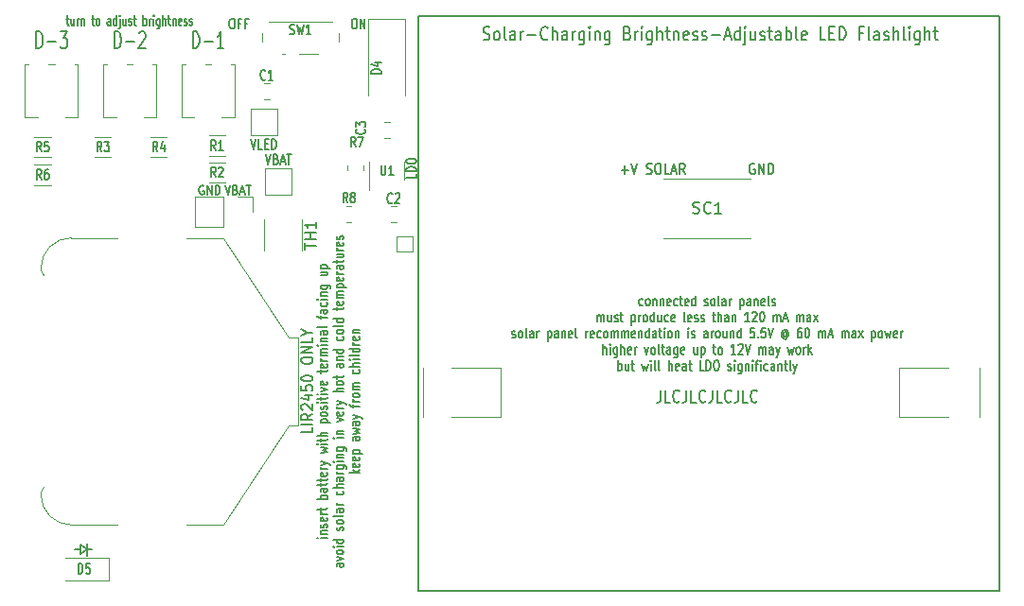
<source format=gbr>
%TF.GenerationSoftware,KiCad,Pcbnew,(6.0.2-0)*%
%TF.CreationDate,2023-06-03T21:44:48-06:00*%
%TF.ProjectId,catlin_card,6361746c-696e-45f6-9361-72642e6b6963,rev?*%
%TF.SameCoordinates,Original*%
%TF.FileFunction,Legend,Top*%
%TF.FilePolarity,Positive*%
%FSLAX46Y46*%
G04 Gerber Fmt 4.6, Leading zero omitted, Abs format (unit mm)*
G04 Created by KiCad (PCBNEW (6.0.2-0)) date 2023-06-03 21:44:48*
%MOMM*%
%LPD*%
G01*
G04 APERTURE LIST*
%ADD10C,0.150000*%
%ADD11C,0.200000*%
%ADD12C,0.120000*%
G04 APERTURE END LIST*
D10*
X107200000Y-95500000D02*
X107200000Y-96600000D01*
X106580000Y-96420000D02*
X107170000Y-96040000D01*
X107200000Y-96050000D02*
X107600000Y-96050000D01*
X106580000Y-96050000D02*
X106100000Y-96050000D01*
X107170000Y-96040000D02*
X106600000Y-95650000D01*
X106580000Y-95660000D02*
X106580000Y-96420000D01*
X136825000Y-48250000D02*
X188775000Y-48250000D01*
X188775000Y-48250000D02*
X188775000Y-99750000D01*
X188775000Y-99750000D02*
X136825000Y-99750000D01*
X136825000Y-99750000D02*
X136825000Y-48250000D01*
X166890476Y-61500000D02*
X166814285Y-61452380D01*
X166700000Y-61452380D01*
X166585714Y-61500000D01*
X166509523Y-61595238D01*
X166471428Y-61690476D01*
X166433333Y-61880952D01*
X166433333Y-62023809D01*
X166471428Y-62214285D01*
X166509523Y-62309523D01*
X166585714Y-62404761D01*
X166700000Y-62452380D01*
X166776190Y-62452380D01*
X166890476Y-62404761D01*
X166928571Y-62357142D01*
X166928571Y-62023809D01*
X166776190Y-62023809D01*
X167271428Y-62452380D02*
X167271428Y-61452380D01*
X167728571Y-62452380D01*
X167728571Y-61452380D01*
X168109523Y-62452380D02*
X168109523Y-61452380D01*
X168300000Y-61452380D01*
X168414285Y-61500000D01*
X168490476Y-61595238D01*
X168528571Y-61690476D01*
X168566666Y-61880952D01*
X168566666Y-62023809D01*
X168528571Y-62214285D01*
X168490476Y-62309523D01*
X168414285Y-62404761D01*
X168300000Y-62452380D01*
X168109523Y-62452380D01*
X142614285Y-50385714D02*
X142757142Y-50442857D01*
X142995238Y-50442857D01*
X143090476Y-50385714D01*
X143138095Y-50328571D01*
X143185714Y-50214285D01*
X143185714Y-50100000D01*
X143138095Y-49985714D01*
X143090476Y-49928571D01*
X142995238Y-49871428D01*
X142804761Y-49814285D01*
X142709523Y-49757142D01*
X142661904Y-49700000D01*
X142614285Y-49585714D01*
X142614285Y-49471428D01*
X142661904Y-49357142D01*
X142709523Y-49300000D01*
X142804761Y-49242857D01*
X143042857Y-49242857D01*
X143185714Y-49300000D01*
X143757142Y-50442857D02*
X143661904Y-50385714D01*
X143614285Y-50328571D01*
X143566666Y-50214285D01*
X143566666Y-49871428D01*
X143614285Y-49757142D01*
X143661904Y-49700000D01*
X143757142Y-49642857D01*
X143900000Y-49642857D01*
X143995238Y-49700000D01*
X144042857Y-49757142D01*
X144090476Y-49871428D01*
X144090476Y-50214285D01*
X144042857Y-50328571D01*
X143995238Y-50385714D01*
X143900000Y-50442857D01*
X143757142Y-50442857D01*
X144661904Y-50442857D02*
X144566666Y-50385714D01*
X144519047Y-50271428D01*
X144519047Y-49242857D01*
X145471428Y-50442857D02*
X145471428Y-49814285D01*
X145423809Y-49700000D01*
X145328571Y-49642857D01*
X145138095Y-49642857D01*
X145042857Y-49700000D01*
X145471428Y-50385714D02*
X145376190Y-50442857D01*
X145138095Y-50442857D01*
X145042857Y-50385714D01*
X144995238Y-50271428D01*
X144995238Y-50157142D01*
X145042857Y-50042857D01*
X145138095Y-49985714D01*
X145376190Y-49985714D01*
X145471428Y-49928571D01*
X145947619Y-50442857D02*
X145947619Y-49642857D01*
X145947619Y-49871428D02*
X145995238Y-49757142D01*
X146042857Y-49700000D01*
X146138095Y-49642857D01*
X146233333Y-49642857D01*
X146566666Y-49985714D02*
X147328571Y-49985714D01*
X148376190Y-50328571D02*
X148328571Y-50385714D01*
X148185714Y-50442857D01*
X148090476Y-50442857D01*
X147947619Y-50385714D01*
X147852380Y-50271428D01*
X147804761Y-50157142D01*
X147757142Y-49928571D01*
X147757142Y-49757142D01*
X147804761Y-49528571D01*
X147852380Y-49414285D01*
X147947619Y-49300000D01*
X148090476Y-49242857D01*
X148185714Y-49242857D01*
X148328571Y-49300000D01*
X148376190Y-49357142D01*
X148804761Y-50442857D02*
X148804761Y-49242857D01*
X149233333Y-50442857D02*
X149233333Y-49814285D01*
X149185714Y-49700000D01*
X149090476Y-49642857D01*
X148947619Y-49642857D01*
X148852380Y-49700000D01*
X148804761Y-49757142D01*
X150138095Y-50442857D02*
X150138095Y-49814285D01*
X150090476Y-49700000D01*
X149995238Y-49642857D01*
X149804761Y-49642857D01*
X149709523Y-49700000D01*
X150138095Y-50385714D02*
X150042857Y-50442857D01*
X149804761Y-50442857D01*
X149709523Y-50385714D01*
X149661904Y-50271428D01*
X149661904Y-50157142D01*
X149709523Y-50042857D01*
X149804761Y-49985714D01*
X150042857Y-49985714D01*
X150138095Y-49928571D01*
X150614285Y-50442857D02*
X150614285Y-49642857D01*
X150614285Y-49871428D02*
X150661904Y-49757142D01*
X150709523Y-49700000D01*
X150804761Y-49642857D01*
X150900000Y-49642857D01*
X151661904Y-49642857D02*
X151661904Y-50614285D01*
X151614285Y-50728571D01*
X151566666Y-50785714D01*
X151471428Y-50842857D01*
X151328571Y-50842857D01*
X151233333Y-50785714D01*
X151661904Y-50385714D02*
X151566666Y-50442857D01*
X151376190Y-50442857D01*
X151280952Y-50385714D01*
X151233333Y-50328571D01*
X151185714Y-50214285D01*
X151185714Y-49871428D01*
X151233333Y-49757142D01*
X151280952Y-49700000D01*
X151376190Y-49642857D01*
X151566666Y-49642857D01*
X151661904Y-49700000D01*
X152138095Y-50442857D02*
X152138095Y-49642857D01*
X152138095Y-49242857D02*
X152090476Y-49300000D01*
X152138095Y-49357142D01*
X152185714Y-49300000D01*
X152138095Y-49242857D01*
X152138095Y-49357142D01*
X152614285Y-49642857D02*
X152614285Y-50442857D01*
X152614285Y-49757142D02*
X152661904Y-49700000D01*
X152757142Y-49642857D01*
X152900000Y-49642857D01*
X152995238Y-49700000D01*
X153042857Y-49814285D01*
X153042857Y-50442857D01*
X153947619Y-49642857D02*
X153947619Y-50614285D01*
X153900000Y-50728571D01*
X153852380Y-50785714D01*
X153757142Y-50842857D01*
X153614285Y-50842857D01*
X153519047Y-50785714D01*
X153947619Y-50385714D02*
X153852380Y-50442857D01*
X153661904Y-50442857D01*
X153566666Y-50385714D01*
X153519047Y-50328571D01*
X153471428Y-50214285D01*
X153471428Y-49871428D01*
X153519047Y-49757142D01*
X153566666Y-49700000D01*
X153661904Y-49642857D01*
X153852380Y-49642857D01*
X153947619Y-49700000D01*
X155519047Y-49814285D02*
X155661904Y-49871428D01*
X155709523Y-49928571D01*
X155757142Y-50042857D01*
X155757142Y-50214285D01*
X155709523Y-50328571D01*
X155661904Y-50385714D01*
X155566666Y-50442857D01*
X155185714Y-50442857D01*
X155185714Y-49242857D01*
X155519047Y-49242857D01*
X155614285Y-49300000D01*
X155661904Y-49357142D01*
X155709523Y-49471428D01*
X155709523Y-49585714D01*
X155661904Y-49700000D01*
X155614285Y-49757142D01*
X155519047Y-49814285D01*
X155185714Y-49814285D01*
X156185714Y-50442857D02*
X156185714Y-49642857D01*
X156185714Y-49871428D02*
X156233333Y-49757142D01*
X156280952Y-49700000D01*
X156376190Y-49642857D01*
X156471428Y-49642857D01*
X156804761Y-50442857D02*
X156804761Y-49642857D01*
X156804761Y-49242857D02*
X156757142Y-49300000D01*
X156804761Y-49357142D01*
X156852380Y-49300000D01*
X156804761Y-49242857D01*
X156804761Y-49357142D01*
X157709523Y-49642857D02*
X157709523Y-50614285D01*
X157661904Y-50728571D01*
X157614285Y-50785714D01*
X157519047Y-50842857D01*
X157376190Y-50842857D01*
X157280952Y-50785714D01*
X157709523Y-50385714D02*
X157614285Y-50442857D01*
X157423809Y-50442857D01*
X157328571Y-50385714D01*
X157280952Y-50328571D01*
X157233333Y-50214285D01*
X157233333Y-49871428D01*
X157280952Y-49757142D01*
X157328571Y-49700000D01*
X157423809Y-49642857D01*
X157614285Y-49642857D01*
X157709523Y-49700000D01*
X158185714Y-50442857D02*
X158185714Y-49242857D01*
X158614285Y-50442857D02*
X158614285Y-49814285D01*
X158566666Y-49700000D01*
X158471428Y-49642857D01*
X158328571Y-49642857D01*
X158233333Y-49700000D01*
X158185714Y-49757142D01*
X158947619Y-49642857D02*
X159328571Y-49642857D01*
X159090476Y-49242857D02*
X159090476Y-50271428D01*
X159138095Y-50385714D01*
X159233333Y-50442857D01*
X159328571Y-50442857D01*
X159661904Y-49642857D02*
X159661904Y-50442857D01*
X159661904Y-49757142D02*
X159709523Y-49700000D01*
X159804761Y-49642857D01*
X159947619Y-49642857D01*
X160042857Y-49700000D01*
X160090476Y-49814285D01*
X160090476Y-50442857D01*
X160947619Y-50385714D02*
X160852380Y-50442857D01*
X160661904Y-50442857D01*
X160566666Y-50385714D01*
X160519047Y-50271428D01*
X160519047Y-49814285D01*
X160566666Y-49700000D01*
X160661904Y-49642857D01*
X160852380Y-49642857D01*
X160947619Y-49700000D01*
X160995238Y-49814285D01*
X160995238Y-49928571D01*
X160519047Y-50042857D01*
X161376190Y-50385714D02*
X161471428Y-50442857D01*
X161661904Y-50442857D01*
X161757142Y-50385714D01*
X161804761Y-50271428D01*
X161804761Y-50214285D01*
X161757142Y-50100000D01*
X161661904Y-50042857D01*
X161519047Y-50042857D01*
X161423809Y-49985714D01*
X161376190Y-49871428D01*
X161376190Y-49814285D01*
X161423809Y-49700000D01*
X161519047Y-49642857D01*
X161661904Y-49642857D01*
X161757142Y-49700000D01*
X162185714Y-50385714D02*
X162280952Y-50442857D01*
X162471428Y-50442857D01*
X162566666Y-50385714D01*
X162614285Y-50271428D01*
X162614285Y-50214285D01*
X162566666Y-50100000D01*
X162471428Y-50042857D01*
X162328571Y-50042857D01*
X162233333Y-49985714D01*
X162185714Y-49871428D01*
X162185714Y-49814285D01*
X162233333Y-49700000D01*
X162328571Y-49642857D01*
X162471428Y-49642857D01*
X162566666Y-49700000D01*
X163042857Y-49985714D02*
X163804761Y-49985714D01*
X164233333Y-50100000D02*
X164709523Y-50100000D01*
X164138095Y-50442857D02*
X164471428Y-49242857D01*
X164804761Y-50442857D01*
X165566666Y-50442857D02*
X165566666Y-49242857D01*
X165566666Y-50385714D02*
X165471428Y-50442857D01*
X165280952Y-50442857D01*
X165185714Y-50385714D01*
X165138095Y-50328571D01*
X165090476Y-50214285D01*
X165090476Y-49871428D01*
X165138095Y-49757142D01*
X165185714Y-49700000D01*
X165280952Y-49642857D01*
X165471428Y-49642857D01*
X165566666Y-49700000D01*
X166042857Y-49642857D02*
X166042857Y-50671428D01*
X165995238Y-50785714D01*
X165900000Y-50842857D01*
X165852380Y-50842857D01*
X166042857Y-49242857D02*
X165995238Y-49300000D01*
X166042857Y-49357142D01*
X166090476Y-49300000D01*
X166042857Y-49242857D01*
X166042857Y-49357142D01*
X166947619Y-49642857D02*
X166947619Y-50442857D01*
X166519047Y-49642857D02*
X166519047Y-50271428D01*
X166566666Y-50385714D01*
X166661904Y-50442857D01*
X166804761Y-50442857D01*
X166900000Y-50385714D01*
X166947619Y-50328571D01*
X167376190Y-50385714D02*
X167471428Y-50442857D01*
X167661904Y-50442857D01*
X167757142Y-50385714D01*
X167804761Y-50271428D01*
X167804761Y-50214285D01*
X167757142Y-50100000D01*
X167661904Y-50042857D01*
X167519047Y-50042857D01*
X167423809Y-49985714D01*
X167376190Y-49871428D01*
X167376190Y-49814285D01*
X167423809Y-49700000D01*
X167519047Y-49642857D01*
X167661904Y-49642857D01*
X167757142Y-49700000D01*
X168090476Y-49642857D02*
X168471428Y-49642857D01*
X168233333Y-49242857D02*
X168233333Y-50271428D01*
X168280952Y-50385714D01*
X168376190Y-50442857D01*
X168471428Y-50442857D01*
X169233333Y-50442857D02*
X169233333Y-49814285D01*
X169185714Y-49700000D01*
X169090476Y-49642857D01*
X168900000Y-49642857D01*
X168804761Y-49700000D01*
X169233333Y-50385714D02*
X169138095Y-50442857D01*
X168900000Y-50442857D01*
X168804761Y-50385714D01*
X168757142Y-50271428D01*
X168757142Y-50157142D01*
X168804761Y-50042857D01*
X168900000Y-49985714D01*
X169138095Y-49985714D01*
X169233333Y-49928571D01*
X169709523Y-50442857D02*
X169709523Y-49242857D01*
X169709523Y-49700000D02*
X169804761Y-49642857D01*
X169995238Y-49642857D01*
X170090476Y-49700000D01*
X170138095Y-49757142D01*
X170185714Y-49871428D01*
X170185714Y-50214285D01*
X170138095Y-50328571D01*
X170090476Y-50385714D01*
X169995238Y-50442857D01*
X169804761Y-50442857D01*
X169709523Y-50385714D01*
X170757142Y-50442857D02*
X170661904Y-50385714D01*
X170614285Y-50271428D01*
X170614285Y-49242857D01*
X171519047Y-50385714D02*
X171423809Y-50442857D01*
X171233333Y-50442857D01*
X171138095Y-50385714D01*
X171090476Y-50271428D01*
X171090476Y-49814285D01*
X171138095Y-49700000D01*
X171233333Y-49642857D01*
X171423809Y-49642857D01*
X171519047Y-49700000D01*
X171566666Y-49814285D01*
X171566666Y-49928571D01*
X171090476Y-50042857D01*
X173233333Y-50442857D02*
X172757142Y-50442857D01*
X172757142Y-49242857D01*
X173566666Y-49814285D02*
X173900000Y-49814285D01*
X174042857Y-50442857D02*
X173566666Y-50442857D01*
X173566666Y-49242857D01*
X174042857Y-49242857D01*
X174471428Y-50442857D02*
X174471428Y-49242857D01*
X174709523Y-49242857D01*
X174852380Y-49300000D01*
X174947619Y-49414285D01*
X174995238Y-49528571D01*
X175042857Y-49757142D01*
X175042857Y-49928571D01*
X174995238Y-50157142D01*
X174947619Y-50271428D01*
X174852380Y-50385714D01*
X174709523Y-50442857D01*
X174471428Y-50442857D01*
X176566666Y-49814285D02*
X176233333Y-49814285D01*
X176233333Y-50442857D02*
X176233333Y-49242857D01*
X176709523Y-49242857D01*
X177233333Y-50442857D02*
X177138095Y-50385714D01*
X177090476Y-50271428D01*
X177090476Y-49242857D01*
X178042857Y-50442857D02*
X178042857Y-49814285D01*
X177995238Y-49700000D01*
X177900000Y-49642857D01*
X177709523Y-49642857D01*
X177614285Y-49700000D01*
X178042857Y-50385714D02*
X177947619Y-50442857D01*
X177709523Y-50442857D01*
X177614285Y-50385714D01*
X177566666Y-50271428D01*
X177566666Y-50157142D01*
X177614285Y-50042857D01*
X177709523Y-49985714D01*
X177947619Y-49985714D01*
X178042857Y-49928571D01*
X178471428Y-50385714D02*
X178566666Y-50442857D01*
X178757142Y-50442857D01*
X178852380Y-50385714D01*
X178900000Y-50271428D01*
X178900000Y-50214285D01*
X178852380Y-50100000D01*
X178757142Y-50042857D01*
X178614285Y-50042857D01*
X178519047Y-49985714D01*
X178471428Y-49871428D01*
X178471428Y-49814285D01*
X178519047Y-49700000D01*
X178614285Y-49642857D01*
X178757142Y-49642857D01*
X178852380Y-49700000D01*
X179328571Y-50442857D02*
X179328571Y-49242857D01*
X179757142Y-50442857D02*
X179757142Y-49814285D01*
X179709523Y-49700000D01*
X179614285Y-49642857D01*
X179471428Y-49642857D01*
X179376190Y-49700000D01*
X179328571Y-49757142D01*
X180376190Y-50442857D02*
X180280952Y-50385714D01*
X180233333Y-50271428D01*
X180233333Y-49242857D01*
X180757142Y-50442857D02*
X180757142Y-49642857D01*
X180757142Y-49242857D02*
X180709523Y-49300000D01*
X180757142Y-49357142D01*
X180804761Y-49300000D01*
X180757142Y-49242857D01*
X180757142Y-49357142D01*
X181661904Y-49642857D02*
X181661904Y-50614285D01*
X181614285Y-50728571D01*
X181566666Y-50785714D01*
X181471428Y-50842857D01*
X181328571Y-50842857D01*
X181233333Y-50785714D01*
X181661904Y-50385714D02*
X181566666Y-50442857D01*
X181376190Y-50442857D01*
X181280952Y-50385714D01*
X181233333Y-50328571D01*
X181185714Y-50214285D01*
X181185714Y-49871428D01*
X181233333Y-49757142D01*
X181280952Y-49700000D01*
X181376190Y-49642857D01*
X181566666Y-49642857D01*
X181661904Y-49700000D01*
X182138095Y-50442857D02*
X182138095Y-49242857D01*
X182566666Y-50442857D02*
X182566666Y-49814285D01*
X182519047Y-49700000D01*
X182423809Y-49642857D01*
X182280952Y-49642857D01*
X182185714Y-49700000D01*
X182138095Y-49757142D01*
X182900000Y-49642857D02*
X183280952Y-49642857D01*
X183042857Y-49242857D02*
X183042857Y-50271428D01*
X183090476Y-50385714D01*
X183185714Y-50442857D01*
X183280952Y-50442857D01*
X128658142Y-95016666D02*
X128058142Y-95016666D01*
X127758142Y-95016666D02*
X127801000Y-95050000D01*
X127843857Y-95016666D01*
X127801000Y-94983333D01*
X127758142Y-95016666D01*
X127843857Y-95016666D01*
X128058142Y-94683333D02*
X128658142Y-94683333D01*
X128143857Y-94683333D02*
X128101000Y-94650000D01*
X128058142Y-94583333D01*
X128058142Y-94483333D01*
X128101000Y-94416666D01*
X128186714Y-94383333D01*
X128658142Y-94383333D01*
X128615285Y-94083333D02*
X128658142Y-94016666D01*
X128658142Y-93883333D01*
X128615285Y-93816666D01*
X128529571Y-93783333D01*
X128486714Y-93783333D01*
X128401000Y-93816666D01*
X128358142Y-93883333D01*
X128358142Y-93983333D01*
X128315285Y-94050000D01*
X128229571Y-94083333D01*
X128186714Y-94083333D01*
X128101000Y-94050000D01*
X128058142Y-93983333D01*
X128058142Y-93883333D01*
X128101000Y-93816666D01*
X128615285Y-93216666D02*
X128658142Y-93283333D01*
X128658142Y-93416666D01*
X128615285Y-93483333D01*
X128529571Y-93516666D01*
X128186714Y-93516666D01*
X128101000Y-93483333D01*
X128058142Y-93416666D01*
X128058142Y-93283333D01*
X128101000Y-93216666D01*
X128186714Y-93183333D01*
X128272428Y-93183333D01*
X128358142Y-93516666D01*
X128658142Y-92883333D02*
X128058142Y-92883333D01*
X128229571Y-92883333D02*
X128143857Y-92850000D01*
X128101000Y-92816666D01*
X128058142Y-92750000D01*
X128058142Y-92683333D01*
X128058142Y-92550000D02*
X128058142Y-92283333D01*
X127758142Y-92450000D02*
X128529571Y-92450000D01*
X128615285Y-92416666D01*
X128658142Y-92350000D01*
X128658142Y-92283333D01*
X128658142Y-91516666D02*
X127758142Y-91516666D01*
X128101000Y-91516666D02*
X128058142Y-91450000D01*
X128058142Y-91316666D01*
X128101000Y-91250000D01*
X128143857Y-91216666D01*
X128229571Y-91183333D01*
X128486714Y-91183333D01*
X128572428Y-91216666D01*
X128615285Y-91250000D01*
X128658142Y-91316666D01*
X128658142Y-91450000D01*
X128615285Y-91516666D01*
X128658142Y-90583333D02*
X128186714Y-90583333D01*
X128101000Y-90616666D01*
X128058142Y-90683333D01*
X128058142Y-90816666D01*
X128101000Y-90883333D01*
X128615285Y-90583333D02*
X128658142Y-90650000D01*
X128658142Y-90816666D01*
X128615285Y-90883333D01*
X128529571Y-90916666D01*
X128443857Y-90916666D01*
X128358142Y-90883333D01*
X128315285Y-90816666D01*
X128315285Y-90650000D01*
X128272428Y-90583333D01*
X128058142Y-90350000D02*
X128058142Y-90083333D01*
X127758142Y-90250000D02*
X128529571Y-90250000D01*
X128615285Y-90216666D01*
X128658142Y-90150000D01*
X128658142Y-90083333D01*
X128058142Y-89950000D02*
X128058142Y-89683333D01*
X127758142Y-89850000D02*
X128529571Y-89850000D01*
X128615285Y-89816666D01*
X128658142Y-89750000D01*
X128658142Y-89683333D01*
X128615285Y-89183333D02*
X128658142Y-89250000D01*
X128658142Y-89383333D01*
X128615285Y-89450000D01*
X128529571Y-89483333D01*
X128186714Y-89483333D01*
X128101000Y-89450000D01*
X128058142Y-89383333D01*
X128058142Y-89250000D01*
X128101000Y-89183333D01*
X128186714Y-89150000D01*
X128272428Y-89150000D01*
X128358142Y-89483333D01*
X128658142Y-88850000D02*
X128058142Y-88850000D01*
X128229571Y-88850000D02*
X128143857Y-88816666D01*
X128101000Y-88783333D01*
X128058142Y-88716666D01*
X128058142Y-88650000D01*
X128058142Y-88483333D02*
X128658142Y-88316666D01*
X128058142Y-88150000D02*
X128658142Y-88316666D01*
X128872428Y-88383333D01*
X128915285Y-88416666D01*
X128958142Y-88483333D01*
X128058142Y-87416666D02*
X128658142Y-87283333D01*
X128229571Y-87150000D01*
X128658142Y-87016666D01*
X128058142Y-86883333D01*
X128658142Y-86616666D02*
X128058142Y-86616666D01*
X127758142Y-86616666D02*
X127801000Y-86650000D01*
X127843857Y-86616666D01*
X127801000Y-86583333D01*
X127758142Y-86616666D01*
X127843857Y-86616666D01*
X128058142Y-86383333D02*
X128058142Y-86116666D01*
X127758142Y-86283333D02*
X128529571Y-86283333D01*
X128615285Y-86250000D01*
X128658142Y-86183333D01*
X128658142Y-86116666D01*
X128658142Y-85883333D02*
X127758142Y-85883333D01*
X128658142Y-85583333D02*
X128186714Y-85583333D01*
X128101000Y-85616666D01*
X128058142Y-85683333D01*
X128058142Y-85783333D01*
X128101000Y-85850000D01*
X128143857Y-85883333D01*
X128058142Y-84716666D02*
X128958142Y-84716666D01*
X128101000Y-84716666D02*
X128058142Y-84650000D01*
X128058142Y-84516666D01*
X128101000Y-84450000D01*
X128143857Y-84416666D01*
X128229571Y-84383333D01*
X128486714Y-84383333D01*
X128572428Y-84416666D01*
X128615285Y-84450000D01*
X128658142Y-84516666D01*
X128658142Y-84650000D01*
X128615285Y-84716666D01*
X128658142Y-83983333D02*
X128615285Y-84050000D01*
X128572428Y-84083333D01*
X128486714Y-84116666D01*
X128229571Y-84116666D01*
X128143857Y-84083333D01*
X128101000Y-84050000D01*
X128058142Y-83983333D01*
X128058142Y-83883333D01*
X128101000Y-83816666D01*
X128143857Y-83783333D01*
X128229571Y-83750000D01*
X128486714Y-83750000D01*
X128572428Y-83783333D01*
X128615285Y-83816666D01*
X128658142Y-83883333D01*
X128658142Y-83983333D01*
X128615285Y-83483333D02*
X128658142Y-83416666D01*
X128658142Y-83283333D01*
X128615285Y-83216666D01*
X128529571Y-83183333D01*
X128486714Y-83183333D01*
X128401000Y-83216666D01*
X128358142Y-83283333D01*
X128358142Y-83383333D01*
X128315285Y-83450000D01*
X128229571Y-83483333D01*
X128186714Y-83483333D01*
X128101000Y-83450000D01*
X128058142Y-83383333D01*
X128058142Y-83283333D01*
X128101000Y-83216666D01*
X128658142Y-82883333D02*
X128058142Y-82883333D01*
X127758142Y-82883333D02*
X127801000Y-82916666D01*
X127843857Y-82883333D01*
X127801000Y-82850000D01*
X127758142Y-82883333D01*
X127843857Y-82883333D01*
X128058142Y-82650000D02*
X128058142Y-82383333D01*
X127758142Y-82550000D02*
X128529571Y-82550000D01*
X128615285Y-82516666D01*
X128658142Y-82450000D01*
X128658142Y-82383333D01*
X128658142Y-82150000D02*
X128058142Y-82150000D01*
X127758142Y-82150000D02*
X127801000Y-82183333D01*
X127843857Y-82150000D01*
X127801000Y-82116666D01*
X127758142Y-82150000D01*
X127843857Y-82150000D01*
X128058142Y-81883333D02*
X128658142Y-81716666D01*
X128058142Y-81550000D01*
X128615285Y-81016666D02*
X128658142Y-81083333D01*
X128658142Y-81216666D01*
X128615285Y-81283333D01*
X128529571Y-81316666D01*
X128186714Y-81316666D01*
X128101000Y-81283333D01*
X128058142Y-81216666D01*
X128058142Y-81083333D01*
X128101000Y-81016666D01*
X128186714Y-80983333D01*
X128272428Y-80983333D01*
X128358142Y-81316666D01*
X128058142Y-80250000D02*
X128058142Y-79983333D01*
X127758142Y-80150000D02*
X128529571Y-80150000D01*
X128615285Y-80116666D01*
X128658142Y-80050000D01*
X128658142Y-79983333D01*
X128615285Y-79483333D02*
X128658142Y-79550000D01*
X128658142Y-79683333D01*
X128615285Y-79750000D01*
X128529571Y-79783333D01*
X128186714Y-79783333D01*
X128101000Y-79750000D01*
X128058142Y-79683333D01*
X128058142Y-79550000D01*
X128101000Y-79483333D01*
X128186714Y-79450000D01*
X128272428Y-79450000D01*
X128358142Y-79783333D01*
X128658142Y-79150000D02*
X128058142Y-79150000D01*
X128229571Y-79150000D02*
X128143857Y-79116666D01*
X128101000Y-79083333D01*
X128058142Y-79016666D01*
X128058142Y-78950000D01*
X128658142Y-78716666D02*
X128058142Y-78716666D01*
X128143857Y-78716666D02*
X128101000Y-78683333D01*
X128058142Y-78616666D01*
X128058142Y-78516666D01*
X128101000Y-78449999D01*
X128186714Y-78416666D01*
X128658142Y-78416666D01*
X128186714Y-78416666D02*
X128101000Y-78383333D01*
X128058142Y-78316666D01*
X128058142Y-78216666D01*
X128101000Y-78150000D01*
X128186714Y-78116666D01*
X128658142Y-78116666D01*
X128658142Y-77783333D02*
X128058142Y-77783333D01*
X127758142Y-77783333D02*
X127801000Y-77816666D01*
X127843857Y-77783333D01*
X127801000Y-77750000D01*
X127758142Y-77783333D01*
X127843857Y-77783333D01*
X128058142Y-77450000D02*
X128658142Y-77450000D01*
X128143857Y-77450000D02*
X128101000Y-77416666D01*
X128058142Y-77350000D01*
X128058142Y-77250000D01*
X128101000Y-77183333D01*
X128186714Y-77150000D01*
X128658142Y-77150000D01*
X128658142Y-76516666D02*
X128186714Y-76516666D01*
X128101000Y-76550000D01*
X128058142Y-76616666D01*
X128058142Y-76750000D01*
X128101000Y-76816666D01*
X128615285Y-76516666D02*
X128658142Y-76583333D01*
X128658142Y-76750000D01*
X128615285Y-76816666D01*
X128529571Y-76850000D01*
X128443857Y-76850000D01*
X128358142Y-76816666D01*
X128315285Y-76750000D01*
X128315285Y-76583333D01*
X128272428Y-76516666D01*
X128658142Y-76083333D02*
X128615285Y-76150000D01*
X128529571Y-76183333D01*
X127758142Y-76183333D01*
X128058142Y-75383333D02*
X128058142Y-75116666D01*
X128658142Y-75283333D02*
X127886714Y-75283333D01*
X127801000Y-75250000D01*
X127758142Y-75183333D01*
X127758142Y-75116666D01*
X128658142Y-74583333D02*
X128186714Y-74583333D01*
X128101000Y-74616666D01*
X128058142Y-74683333D01*
X128058142Y-74816666D01*
X128101000Y-74883333D01*
X128615285Y-74583333D02*
X128658142Y-74650000D01*
X128658142Y-74816666D01*
X128615285Y-74883333D01*
X128529571Y-74916666D01*
X128443857Y-74916666D01*
X128358142Y-74883333D01*
X128315285Y-74816666D01*
X128315285Y-74650000D01*
X128272428Y-74583333D01*
X128615285Y-73950000D02*
X128658142Y-74016666D01*
X128658142Y-74150000D01*
X128615285Y-74216666D01*
X128572428Y-74250000D01*
X128486714Y-74283333D01*
X128229571Y-74283333D01*
X128143857Y-74250000D01*
X128101000Y-74216666D01*
X128058142Y-74150000D01*
X128058142Y-74016666D01*
X128101000Y-73950000D01*
X128658142Y-73650000D02*
X128058142Y-73650000D01*
X127758142Y-73650000D02*
X127801000Y-73683333D01*
X127843857Y-73650000D01*
X127801000Y-73616666D01*
X127758142Y-73650000D01*
X127843857Y-73650000D01*
X128058142Y-73316666D02*
X128658142Y-73316666D01*
X128143857Y-73316666D02*
X128101000Y-73283333D01*
X128058142Y-73216666D01*
X128058142Y-73116666D01*
X128101000Y-73050000D01*
X128186714Y-73016666D01*
X128658142Y-73016666D01*
X128058142Y-72383333D02*
X128786714Y-72383333D01*
X128872428Y-72416666D01*
X128915285Y-72450000D01*
X128958142Y-72516666D01*
X128958142Y-72616666D01*
X128915285Y-72683333D01*
X128615285Y-72383333D02*
X128658142Y-72450000D01*
X128658142Y-72583333D01*
X128615285Y-72650000D01*
X128572428Y-72683333D01*
X128486714Y-72716666D01*
X128229571Y-72716666D01*
X128143857Y-72683333D01*
X128101000Y-72650000D01*
X128058142Y-72583333D01*
X128058142Y-72450000D01*
X128101000Y-72383333D01*
X128058142Y-71216666D02*
X128658142Y-71216666D01*
X128058142Y-71516666D02*
X128529571Y-71516666D01*
X128615285Y-71483333D01*
X128658142Y-71416666D01*
X128658142Y-71316666D01*
X128615285Y-71250000D01*
X128572428Y-71216666D01*
X128058142Y-70883333D02*
X128958142Y-70883333D01*
X128101000Y-70883333D02*
X128058142Y-70816666D01*
X128058142Y-70683333D01*
X128101000Y-70616666D01*
X128143857Y-70583333D01*
X128229571Y-70550000D01*
X128486714Y-70550000D01*
X128572428Y-70583333D01*
X128615285Y-70616666D01*
X128658142Y-70683333D01*
X128658142Y-70816666D01*
X128615285Y-70883333D01*
X130107142Y-97300000D02*
X129635714Y-97300000D01*
X129550000Y-97333333D01*
X129507142Y-97400000D01*
X129507142Y-97533333D01*
X129550000Y-97600000D01*
X130064285Y-97300000D02*
X130107142Y-97366666D01*
X130107142Y-97533333D01*
X130064285Y-97600000D01*
X129978571Y-97633333D01*
X129892857Y-97633333D01*
X129807142Y-97600000D01*
X129764285Y-97533333D01*
X129764285Y-97366666D01*
X129721428Y-97300000D01*
X129507142Y-97033333D02*
X130107142Y-96866666D01*
X129507142Y-96700000D01*
X130107142Y-96333333D02*
X130064285Y-96400000D01*
X130021428Y-96433333D01*
X129935714Y-96466666D01*
X129678571Y-96466666D01*
X129592857Y-96433333D01*
X129550000Y-96400000D01*
X129507142Y-96333333D01*
X129507142Y-96233333D01*
X129550000Y-96166666D01*
X129592857Y-96133333D01*
X129678571Y-96100000D01*
X129935714Y-96100000D01*
X130021428Y-96133333D01*
X130064285Y-96166666D01*
X130107142Y-96233333D01*
X130107142Y-96333333D01*
X130107142Y-95800000D02*
X129507142Y-95800000D01*
X129207142Y-95800000D02*
X129250000Y-95833333D01*
X129292857Y-95800000D01*
X129250000Y-95766666D01*
X129207142Y-95800000D01*
X129292857Y-95800000D01*
X130107142Y-95166666D02*
X129207142Y-95166666D01*
X130064285Y-95166666D02*
X130107142Y-95233333D01*
X130107142Y-95366666D01*
X130064285Y-95433333D01*
X130021428Y-95466666D01*
X129935714Y-95500000D01*
X129678571Y-95500000D01*
X129592857Y-95466666D01*
X129550000Y-95433333D01*
X129507142Y-95366666D01*
X129507142Y-95233333D01*
X129550000Y-95166666D01*
X130064285Y-94333333D02*
X130107142Y-94266666D01*
X130107142Y-94133333D01*
X130064285Y-94066666D01*
X129978571Y-94033333D01*
X129935714Y-94033333D01*
X129850000Y-94066666D01*
X129807142Y-94133333D01*
X129807142Y-94233333D01*
X129764285Y-94300000D01*
X129678571Y-94333333D01*
X129635714Y-94333333D01*
X129550000Y-94300000D01*
X129507142Y-94233333D01*
X129507142Y-94133333D01*
X129550000Y-94066666D01*
X130107142Y-93633333D02*
X130064285Y-93700000D01*
X130021428Y-93733333D01*
X129935714Y-93766666D01*
X129678571Y-93766666D01*
X129592857Y-93733333D01*
X129550000Y-93700000D01*
X129507142Y-93633333D01*
X129507142Y-93533333D01*
X129550000Y-93466666D01*
X129592857Y-93433333D01*
X129678571Y-93400000D01*
X129935714Y-93400000D01*
X130021428Y-93433333D01*
X130064285Y-93466666D01*
X130107142Y-93533333D01*
X130107142Y-93633333D01*
X130107142Y-93000000D02*
X130064285Y-93066666D01*
X129978571Y-93100000D01*
X129207142Y-93100000D01*
X130107142Y-92433333D02*
X129635714Y-92433333D01*
X129550000Y-92466666D01*
X129507142Y-92533333D01*
X129507142Y-92666666D01*
X129550000Y-92733333D01*
X130064285Y-92433333D02*
X130107142Y-92500000D01*
X130107142Y-92666666D01*
X130064285Y-92733333D01*
X129978571Y-92766666D01*
X129892857Y-92766666D01*
X129807142Y-92733333D01*
X129764285Y-92666666D01*
X129764285Y-92500000D01*
X129721428Y-92433333D01*
X130107142Y-92100000D02*
X129507142Y-92100000D01*
X129678571Y-92100000D02*
X129592857Y-92066666D01*
X129550000Y-92033333D01*
X129507142Y-91966666D01*
X129507142Y-91900000D01*
X130064285Y-90833333D02*
X130107142Y-90900000D01*
X130107142Y-91033333D01*
X130064285Y-91100000D01*
X130021428Y-91133333D01*
X129935714Y-91166666D01*
X129678571Y-91166666D01*
X129592857Y-91133333D01*
X129550000Y-91100000D01*
X129507142Y-91033333D01*
X129507142Y-90900000D01*
X129550000Y-90833333D01*
X130107142Y-90533333D02*
X129207142Y-90533333D01*
X130107142Y-90233333D02*
X129635714Y-90233333D01*
X129550000Y-90266666D01*
X129507142Y-90333333D01*
X129507142Y-90433333D01*
X129550000Y-90500000D01*
X129592857Y-90533333D01*
X130107142Y-89600000D02*
X129635714Y-89600000D01*
X129550000Y-89633333D01*
X129507142Y-89700000D01*
X129507142Y-89833333D01*
X129550000Y-89900000D01*
X130064285Y-89600000D02*
X130107142Y-89666666D01*
X130107142Y-89833333D01*
X130064285Y-89900000D01*
X129978571Y-89933333D01*
X129892857Y-89933333D01*
X129807142Y-89900000D01*
X129764285Y-89833333D01*
X129764285Y-89666666D01*
X129721428Y-89600000D01*
X130107142Y-89266666D02*
X129507142Y-89266666D01*
X129678571Y-89266666D02*
X129592857Y-89233333D01*
X129550000Y-89200000D01*
X129507142Y-89133333D01*
X129507142Y-89066666D01*
X129507142Y-88533333D02*
X130235714Y-88533333D01*
X130321428Y-88566666D01*
X130364285Y-88600000D01*
X130407142Y-88666666D01*
X130407142Y-88766666D01*
X130364285Y-88833333D01*
X130064285Y-88533333D02*
X130107142Y-88600000D01*
X130107142Y-88733333D01*
X130064285Y-88800000D01*
X130021428Y-88833333D01*
X129935714Y-88866666D01*
X129678571Y-88866666D01*
X129592857Y-88833333D01*
X129550000Y-88800000D01*
X129507142Y-88733333D01*
X129507142Y-88600000D01*
X129550000Y-88533333D01*
X130107142Y-88200000D02*
X129507142Y-88200000D01*
X129207142Y-88200000D02*
X129250000Y-88233333D01*
X129292857Y-88200000D01*
X129250000Y-88166666D01*
X129207142Y-88200000D01*
X129292857Y-88200000D01*
X129507142Y-87866666D02*
X130107142Y-87866666D01*
X129592857Y-87866666D02*
X129550000Y-87833333D01*
X129507142Y-87766666D01*
X129507142Y-87666666D01*
X129550000Y-87600000D01*
X129635714Y-87566666D01*
X130107142Y-87566666D01*
X129507142Y-86933333D02*
X130235714Y-86933333D01*
X130321428Y-86966666D01*
X130364285Y-87000000D01*
X130407142Y-87066666D01*
X130407142Y-87166666D01*
X130364285Y-87233333D01*
X130064285Y-86933333D02*
X130107142Y-87000000D01*
X130107142Y-87133333D01*
X130064285Y-87200000D01*
X130021428Y-87233333D01*
X129935714Y-87266666D01*
X129678571Y-87266666D01*
X129592857Y-87233333D01*
X129550000Y-87200000D01*
X129507142Y-87133333D01*
X129507142Y-87000000D01*
X129550000Y-86933333D01*
X130107142Y-86066666D02*
X129507142Y-86066666D01*
X129207142Y-86066666D02*
X129250000Y-86100000D01*
X129292857Y-86066666D01*
X129250000Y-86033333D01*
X129207142Y-86066666D01*
X129292857Y-86066666D01*
X129507142Y-85733333D02*
X130107142Y-85733333D01*
X129592857Y-85733333D02*
X129550000Y-85700000D01*
X129507142Y-85633333D01*
X129507142Y-85533333D01*
X129550000Y-85466666D01*
X129635714Y-85433333D01*
X130107142Y-85433333D01*
X129507142Y-84633333D02*
X130107142Y-84466666D01*
X129507142Y-84300000D01*
X130064285Y-83766666D02*
X130107142Y-83833333D01*
X130107142Y-83966666D01*
X130064285Y-84033333D01*
X129978571Y-84066666D01*
X129635714Y-84066666D01*
X129550000Y-84033333D01*
X129507142Y-83966666D01*
X129507142Y-83833333D01*
X129550000Y-83766666D01*
X129635714Y-83733333D01*
X129721428Y-83733333D01*
X129807142Y-84066666D01*
X130107142Y-83433333D02*
X129507142Y-83433333D01*
X129678571Y-83433333D02*
X129592857Y-83400000D01*
X129550000Y-83366666D01*
X129507142Y-83300000D01*
X129507142Y-83233333D01*
X129507142Y-83066666D02*
X130107142Y-82900000D01*
X129507142Y-82733333D02*
X130107142Y-82900000D01*
X130321428Y-82966666D01*
X130364285Y-83000000D01*
X130407142Y-83066666D01*
X130107142Y-81933333D02*
X129207142Y-81933333D01*
X130107142Y-81633333D02*
X129635714Y-81633333D01*
X129550000Y-81666666D01*
X129507142Y-81733333D01*
X129507142Y-81833333D01*
X129550000Y-81900000D01*
X129592857Y-81933333D01*
X130107142Y-81200000D02*
X130064285Y-81266666D01*
X130021428Y-81300000D01*
X129935714Y-81333333D01*
X129678571Y-81333333D01*
X129592857Y-81300000D01*
X129550000Y-81266666D01*
X129507142Y-81200000D01*
X129507142Y-81100000D01*
X129550000Y-81033333D01*
X129592857Y-81000000D01*
X129678571Y-80966666D01*
X129935714Y-80966666D01*
X130021428Y-81000000D01*
X130064285Y-81033333D01*
X130107142Y-81100000D01*
X130107142Y-81200000D01*
X129507142Y-80766666D02*
X129507142Y-80500000D01*
X129207142Y-80666666D02*
X129978571Y-80666666D01*
X130064285Y-80633333D01*
X130107142Y-80566666D01*
X130107142Y-80500000D01*
X130107142Y-79433333D02*
X129635714Y-79433333D01*
X129550000Y-79466666D01*
X129507142Y-79533333D01*
X129507142Y-79666666D01*
X129550000Y-79733333D01*
X130064285Y-79433333D02*
X130107142Y-79500000D01*
X130107142Y-79666666D01*
X130064285Y-79733333D01*
X129978571Y-79766666D01*
X129892857Y-79766666D01*
X129807142Y-79733333D01*
X129764285Y-79666666D01*
X129764285Y-79500000D01*
X129721428Y-79433333D01*
X129507142Y-79100000D02*
X130107142Y-79100000D01*
X129592857Y-79100000D02*
X129550000Y-79066666D01*
X129507142Y-79000000D01*
X129507142Y-78900000D01*
X129550000Y-78833333D01*
X129635714Y-78800000D01*
X130107142Y-78800000D01*
X130107142Y-78166666D02*
X129207142Y-78166666D01*
X130064285Y-78166666D02*
X130107142Y-78233333D01*
X130107142Y-78366666D01*
X130064285Y-78433333D01*
X130021428Y-78466666D01*
X129935714Y-78500000D01*
X129678571Y-78500000D01*
X129592857Y-78466666D01*
X129550000Y-78433333D01*
X129507142Y-78366666D01*
X129507142Y-78233333D01*
X129550000Y-78166666D01*
X130064285Y-77000000D02*
X130107142Y-77066666D01*
X130107142Y-77200000D01*
X130064285Y-77266666D01*
X130021428Y-77300000D01*
X129935714Y-77333333D01*
X129678571Y-77333333D01*
X129592857Y-77300000D01*
X129550000Y-77266666D01*
X129507142Y-77200000D01*
X129507142Y-77066666D01*
X129550000Y-77000000D01*
X130107142Y-76600000D02*
X130064285Y-76666666D01*
X130021428Y-76700000D01*
X129935714Y-76733333D01*
X129678571Y-76733333D01*
X129592857Y-76700000D01*
X129550000Y-76666666D01*
X129507142Y-76600000D01*
X129507142Y-76500000D01*
X129550000Y-76433333D01*
X129592857Y-76400000D01*
X129678571Y-76366666D01*
X129935714Y-76366666D01*
X130021428Y-76400000D01*
X130064285Y-76433333D01*
X130107142Y-76500000D01*
X130107142Y-76600000D01*
X130107142Y-75966666D02*
X130064285Y-76033333D01*
X129978571Y-76066666D01*
X129207142Y-76066666D01*
X130107142Y-75400000D02*
X129207142Y-75400000D01*
X130064285Y-75400000D02*
X130107142Y-75466666D01*
X130107142Y-75600000D01*
X130064285Y-75666666D01*
X130021428Y-75700000D01*
X129935714Y-75733333D01*
X129678571Y-75733333D01*
X129592857Y-75700000D01*
X129550000Y-75666666D01*
X129507142Y-75600000D01*
X129507142Y-75466666D01*
X129550000Y-75400000D01*
X129507142Y-74633333D02*
X129507142Y-74366666D01*
X129207142Y-74533333D02*
X129978571Y-74533333D01*
X130064285Y-74500000D01*
X130107142Y-74433333D01*
X130107142Y-74366666D01*
X130064285Y-73866666D02*
X130107142Y-73933333D01*
X130107142Y-74066666D01*
X130064285Y-74133333D01*
X129978571Y-74166666D01*
X129635714Y-74166666D01*
X129550000Y-74133333D01*
X129507142Y-74066666D01*
X129507142Y-73933333D01*
X129550000Y-73866666D01*
X129635714Y-73833333D01*
X129721428Y-73833333D01*
X129807142Y-74166666D01*
X130107142Y-73533333D02*
X129507142Y-73533333D01*
X129592857Y-73533333D02*
X129550000Y-73500000D01*
X129507142Y-73433333D01*
X129507142Y-73333333D01*
X129550000Y-73266666D01*
X129635714Y-73233333D01*
X130107142Y-73233333D01*
X129635714Y-73233333D02*
X129550000Y-73200000D01*
X129507142Y-73133333D01*
X129507142Y-73033333D01*
X129550000Y-72966666D01*
X129635714Y-72933333D01*
X130107142Y-72933333D01*
X129507142Y-72600000D02*
X130407142Y-72600000D01*
X129550000Y-72600000D02*
X129507142Y-72533333D01*
X129507142Y-72400000D01*
X129550000Y-72333333D01*
X129592857Y-72300000D01*
X129678571Y-72266666D01*
X129935714Y-72266666D01*
X130021428Y-72300000D01*
X130064285Y-72333333D01*
X130107142Y-72400000D01*
X130107142Y-72533333D01*
X130064285Y-72600000D01*
X130064285Y-71700000D02*
X130107142Y-71766666D01*
X130107142Y-71900000D01*
X130064285Y-71966666D01*
X129978571Y-72000000D01*
X129635714Y-72000000D01*
X129550000Y-71966666D01*
X129507142Y-71900000D01*
X129507142Y-71766666D01*
X129550000Y-71700000D01*
X129635714Y-71666666D01*
X129721428Y-71666666D01*
X129807142Y-72000000D01*
X130107142Y-71366666D02*
X129507142Y-71366666D01*
X129678571Y-71366666D02*
X129592857Y-71333333D01*
X129550000Y-71300000D01*
X129507142Y-71233333D01*
X129507142Y-71166666D01*
X130107142Y-70633333D02*
X129635714Y-70633333D01*
X129550000Y-70666666D01*
X129507142Y-70733333D01*
X129507142Y-70866666D01*
X129550000Y-70933333D01*
X130064285Y-70633333D02*
X130107142Y-70700000D01*
X130107142Y-70866666D01*
X130064285Y-70933333D01*
X129978571Y-70966666D01*
X129892857Y-70966666D01*
X129807142Y-70933333D01*
X129764285Y-70866666D01*
X129764285Y-70700000D01*
X129721428Y-70633333D01*
X129507142Y-70400000D02*
X129507142Y-70133333D01*
X129207142Y-70300000D02*
X129978571Y-70300000D01*
X130064285Y-70266666D01*
X130107142Y-70200000D01*
X130107142Y-70133333D01*
X129507142Y-69600000D02*
X130107142Y-69600000D01*
X129507142Y-69900000D02*
X129978571Y-69900000D01*
X130064285Y-69866666D01*
X130107142Y-69800000D01*
X130107142Y-69700000D01*
X130064285Y-69633333D01*
X130021428Y-69600000D01*
X130107142Y-69266666D02*
X129507142Y-69266666D01*
X129678571Y-69266666D02*
X129592857Y-69233333D01*
X129550000Y-69200000D01*
X129507142Y-69133333D01*
X129507142Y-69066666D01*
X130064285Y-68566666D02*
X130107142Y-68633333D01*
X130107142Y-68766666D01*
X130064285Y-68833333D01*
X129978571Y-68866666D01*
X129635714Y-68866666D01*
X129550000Y-68833333D01*
X129507142Y-68766666D01*
X129507142Y-68633333D01*
X129550000Y-68566666D01*
X129635714Y-68533333D01*
X129721428Y-68533333D01*
X129807142Y-68866666D01*
X130064285Y-68266666D02*
X130107142Y-68200000D01*
X130107142Y-68066666D01*
X130064285Y-68000000D01*
X129978571Y-67966666D01*
X129935714Y-67966666D01*
X129850000Y-68000000D01*
X129807142Y-68066666D01*
X129807142Y-68166666D01*
X129764285Y-68233333D01*
X129678571Y-68266666D01*
X129635714Y-68266666D01*
X129550000Y-68233333D01*
X129507142Y-68166666D01*
X129507142Y-68066666D01*
X129550000Y-68000000D01*
X131556142Y-89216666D02*
X130656142Y-89216666D01*
X131213285Y-89150000D02*
X131556142Y-88950000D01*
X130956142Y-88950000D02*
X131299000Y-89216666D01*
X131513285Y-88383333D02*
X131556142Y-88450000D01*
X131556142Y-88583333D01*
X131513285Y-88650000D01*
X131427571Y-88683333D01*
X131084714Y-88683333D01*
X130999000Y-88650000D01*
X130956142Y-88583333D01*
X130956142Y-88450000D01*
X130999000Y-88383333D01*
X131084714Y-88350000D01*
X131170428Y-88350000D01*
X131256142Y-88683333D01*
X131513285Y-87783333D02*
X131556142Y-87850000D01*
X131556142Y-87983333D01*
X131513285Y-88050000D01*
X131427571Y-88083333D01*
X131084714Y-88083333D01*
X130999000Y-88050000D01*
X130956142Y-87983333D01*
X130956142Y-87850000D01*
X130999000Y-87783333D01*
X131084714Y-87750000D01*
X131170428Y-87750000D01*
X131256142Y-88083333D01*
X130956142Y-87450000D02*
X131856142Y-87450000D01*
X130999000Y-87450000D02*
X130956142Y-87383333D01*
X130956142Y-87250000D01*
X130999000Y-87183333D01*
X131041857Y-87150000D01*
X131127571Y-87116666D01*
X131384714Y-87116666D01*
X131470428Y-87150000D01*
X131513285Y-87183333D01*
X131556142Y-87250000D01*
X131556142Y-87383333D01*
X131513285Y-87450000D01*
X131556142Y-85983333D02*
X131084714Y-85983333D01*
X130999000Y-86016666D01*
X130956142Y-86083333D01*
X130956142Y-86216666D01*
X130999000Y-86283333D01*
X131513285Y-85983333D02*
X131556142Y-86050000D01*
X131556142Y-86216666D01*
X131513285Y-86283333D01*
X131427571Y-86316666D01*
X131341857Y-86316666D01*
X131256142Y-86283333D01*
X131213285Y-86216666D01*
X131213285Y-86050000D01*
X131170428Y-85983333D01*
X130956142Y-85716666D02*
X131556142Y-85583333D01*
X131127571Y-85450000D01*
X131556142Y-85316666D01*
X130956142Y-85183333D01*
X131556142Y-84616666D02*
X131084714Y-84616666D01*
X130999000Y-84650000D01*
X130956142Y-84716666D01*
X130956142Y-84850000D01*
X130999000Y-84916666D01*
X131513285Y-84616666D02*
X131556142Y-84683333D01*
X131556142Y-84850000D01*
X131513285Y-84916666D01*
X131427571Y-84950000D01*
X131341857Y-84950000D01*
X131256142Y-84916666D01*
X131213285Y-84850000D01*
X131213285Y-84683333D01*
X131170428Y-84616666D01*
X130956142Y-84350000D02*
X131556142Y-84183333D01*
X130956142Y-84016666D02*
X131556142Y-84183333D01*
X131770428Y-84250000D01*
X131813285Y-84283333D01*
X131856142Y-84350000D01*
X130956142Y-83316666D02*
X130956142Y-83050000D01*
X131556142Y-83216666D02*
X130784714Y-83216666D01*
X130699000Y-83183333D01*
X130656142Y-83116666D01*
X130656142Y-83050000D01*
X131556142Y-82816666D02*
X130956142Y-82816666D01*
X131127571Y-82816666D02*
X131041857Y-82783333D01*
X130999000Y-82750000D01*
X130956142Y-82683333D01*
X130956142Y-82616666D01*
X131556142Y-82283333D02*
X131513285Y-82350000D01*
X131470428Y-82383333D01*
X131384714Y-82416666D01*
X131127571Y-82416666D01*
X131041857Y-82383333D01*
X130999000Y-82350000D01*
X130956142Y-82283333D01*
X130956142Y-82183333D01*
X130999000Y-82116666D01*
X131041857Y-82083333D01*
X131127571Y-82050000D01*
X131384714Y-82050000D01*
X131470428Y-82083333D01*
X131513285Y-82116666D01*
X131556142Y-82183333D01*
X131556142Y-82283333D01*
X131556142Y-81750000D02*
X130956142Y-81750000D01*
X131041857Y-81750000D02*
X130999000Y-81716666D01*
X130956142Y-81650000D01*
X130956142Y-81550000D01*
X130999000Y-81483333D01*
X131084714Y-81450000D01*
X131556142Y-81450000D01*
X131084714Y-81450000D02*
X130999000Y-81416666D01*
X130956142Y-81350000D01*
X130956142Y-81250000D01*
X130999000Y-81183333D01*
X131084714Y-81150000D01*
X131556142Y-81150000D01*
X131513285Y-79983333D02*
X131556142Y-80050000D01*
X131556142Y-80183333D01*
X131513285Y-80250000D01*
X131470428Y-80283333D01*
X131384714Y-80316666D01*
X131127571Y-80316666D01*
X131041857Y-80283333D01*
X130999000Y-80250000D01*
X130956142Y-80183333D01*
X130956142Y-80050000D01*
X130999000Y-79983333D01*
X131556142Y-79683333D02*
X130656142Y-79683333D01*
X131556142Y-79383333D02*
X131084714Y-79383333D01*
X130999000Y-79416666D01*
X130956142Y-79483333D01*
X130956142Y-79583333D01*
X130999000Y-79650000D01*
X131041857Y-79683333D01*
X131556142Y-79050000D02*
X130956142Y-79050000D01*
X130656142Y-79050000D02*
X130699000Y-79083333D01*
X130741857Y-79050000D01*
X130699000Y-79016666D01*
X130656142Y-79050000D01*
X130741857Y-79050000D01*
X131556142Y-78616666D02*
X131513285Y-78683333D01*
X131427571Y-78716666D01*
X130656142Y-78716666D01*
X131556142Y-78050000D02*
X130656142Y-78050000D01*
X131513285Y-78050000D02*
X131556142Y-78116666D01*
X131556142Y-78250000D01*
X131513285Y-78316666D01*
X131470428Y-78350000D01*
X131384714Y-78383333D01*
X131127571Y-78383333D01*
X131041857Y-78350000D01*
X130999000Y-78316666D01*
X130956142Y-78250000D01*
X130956142Y-78116666D01*
X130999000Y-78050000D01*
X131556142Y-77716666D02*
X130956142Y-77716666D01*
X131127571Y-77716666D02*
X131041857Y-77683333D01*
X130999000Y-77650000D01*
X130956142Y-77583333D01*
X130956142Y-77516666D01*
X131513285Y-77016666D02*
X131556142Y-77083333D01*
X131556142Y-77216666D01*
X131513285Y-77283333D01*
X131427571Y-77316666D01*
X131084714Y-77316666D01*
X130999000Y-77283333D01*
X130956142Y-77216666D01*
X130956142Y-77083333D01*
X130999000Y-77016666D01*
X131084714Y-76983333D01*
X131170428Y-76983333D01*
X131256142Y-77316666D01*
X130956142Y-76683333D02*
X131556142Y-76683333D01*
X131041857Y-76683333D02*
X130999000Y-76650000D01*
X130956142Y-76583333D01*
X130956142Y-76483333D01*
X130999000Y-76416666D01*
X131084714Y-76383333D01*
X131556142Y-76383333D01*
D11*
X102642857Y-51178571D02*
X102642857Y-49678571D01*
X102880952Y-49678571D01*
X103023809Y-49750000D01*
X103119047Y-49892857D01*
X103166666Y-50035714D01*
X103214285Y-50321428D01*
X103214285Y-50535714D01*
X103166666Y-50821428D01*
X103119047Y-50964285D01*
X103023809Y-51107142D01*
X102880952Y-51178571D01*
X102642857Y-51178571D01*
X103642857Y-50607142D02*
X104404761Y-50607142D01*
X104785714Y-49678571D02*
X105404761Y-49678571D01*
X105071428Y-50250000D01*
X105214285Y-50250000D01*
X105309523Y-50321428D01*
X105357142Y-50392857D01*
X105404761Y-50535714D01*
X105404761Y-50892857D01*
X105357142Y-51035714D01*
X105309523Y-51107142D01*
X105214285Y-51178571D01*
X104928571Y-51178571D01*
X104833333Y-51107142D01*
X104785714Y-51035714D01*
D10*
X105328571Y-48507142D02*
X105557142Y-48507142D01*
X105414285Y-48207142D02*
X105414285Y-48978571D01*
X105442857Y-49064285D01*
X105500000Y-49107142D01*
X105557142Y-49107142D01*
X106014285Y-48507142D02*
X106014285Y-49107142D01*
X105757142Y-48507142D02*
X105757142Y-48978571D01*
X105785714Y-49064285D01*
X105842857Y-49107142D01*
X105928571Y-49107142D01*
X105985714Y-49064285D01*
X106014285Y-49021428D01*
X106300000Y-49107142D02*
X106300000Y-48507142D01*
X106300000Y-48678571D02*
X106328571Y-48592857D01*
X106357142Y-48550000D01*
X106414285Y-48507142D01*
X106471428Y-48507142D01*
X106671428Y-48507142D02*
X106671428Y-49107142D01*
X106671428Y-48592857D02*
X106700000Y-48550000D01*
X106757142Y-48507142D01*
X106842857Y-48507142D01*
X106900000Y-48550000D01*
X106928571Y-48635714D01*
X106928571Y-49107142D01*
X107585714Y-48507142D02*
X107814285Y-48507142D01*
X107671428Y-48207142D02*
X107671428Y-48978571D01*
X107700000Y-49064285D01*
X107757142Y-49107142D01*
X107814285Y-49107142D01*
X108100000Y-49107142D02*
X108042857Y-49064285D01*
X108014285Y-49021428D01*
X107985714Y-48935714D01*
X107985714Y-48678571D01*
X108014285Y-48592857D01*
X108042857Y-48550000D01*
X108100000Y-48507142D01*
X108185714Y-48507142D01*
X108242857Y-48550000D01*
X108271428Y-48592857D01*
X108300000Y-48678571D01*
X108300000Y-48935714D01*
X108271428Y-49021428D01*
X108242857Y-49064285D01*
X108185714Y-49107142D01*
X108100000Y-49107142D01*
X109271428Y-49107142D02*
X109271428Y-48635714D01*
X109242857Y-48550000D01*
X109185714Y-48507142D01*
X109071428Y-48507142D01*
X109014285Y-48550000D01*
X109271428Y-49064285D02*
X109214285Y-49107142D01*
X109071428Y-49107142D01*
X109014285Y-49064285D01*
X108985714Y-48978571D01*
X108985714Y-48892857D01*
X109014285Y-48807142D01*
X109071428Y-48764285D01*
X109214285Y-48764285D01*
X109271428Y-48721428D01*
X109814285Y-49107142D02*
X109814285Y-48207142D01*
X109814285Y-49064285D02*
X109757142Y-49107142D01*
X109642857Y-49107142D01*
X109585714Y-49064285D01*
X109557142Y-49021428D01*
X109528571Y-48935714D01*
X109528571Y-48678571D01*
X109557142Y-48592857D01*
X109585714Y-48550000D01*
X109642857Y-48507142D01*
X109757142Y-48507142D01*
X109814285Y-48550000D01*
X110100000Y-48507142D02*
X110100000Y-49278571D01*
X110071428Y-49364285D01*
X110014285Y-49407142D01*
X109985714Y-49407142D01*
X110100000Y-48207142D02*
X110071428Y-48250000D01*
X110100000Y-48292857D01*
X110128571Y-48250000D01*
X110100000Y-48207142D01*
X110100000Y-48292857D01*
X110642857Y-48507142D02*
X110642857Y-49107142D01*
X110385714Y-48507142D02*
X110385714Y-48978571D01*
X110414285Y-49064285D01*
X110471428Y-49107142D01*
X110557142Y-49107142D01*
X110614285Y-49064285D01*
X110642857Y-49021428D01*
X110900000Y-49064285D02*
X110957142Y-49107142D01*
X111071428Y-49107142D01*
X111128571Y-49064285D01*
X111157142Y-48978571D01*
X111157142Y-48935714D01*
X111128571Y-48850000D01*
X111071428Y-48807142D01*
X110985714Y-48807142D01*
X110928571Y-48764285D01*
X110900000Y-48678571D01*
X110900000Y-48635714D01*
X110928571Y-48550000D01*
X110985714Y-48507142D01*
X111071428Y-48507142D01*
X111128571Y-48550000D01*
X111328571Y-48507142D02*
X111557142Y-48507142D01*
X111414285Y-48207142D02*
X111414285Y-48978571D01*
X111442857Y-49064285D01*
X111500000Y-49107142D01*
X111557142Y-49107142D01*
X112214285Y-49107142D02*
X112214285Y-48207142D01*
X112214285Y-48550000D02*
X112271428Y-48507142D01*
X112385714Y-48507142D01*
X112442857Y-48550000D01*
X112471428Y-48592857D01*
X112500000Y-48678571D01*
X112500000Y-48935714D01*
X112471428Y-49021428D01*
X112442857Y-49064285D01*
X112385714Y-49107142D01*
X112271428Y-49107142D01*
X112214285Y-49064285D01*
X112757142Y-49107142D02*
X112757142Y-48507142D01*
X112757142Y-48678571D02*
X112785714Y-48592857D01*
X112814285Y-48550000D01*
X112871428Y-48507142D01*
X112928571Y-48507142D01*
X113128571Y-49107142D02*
X113128571Y-48507142D01*
X113128571Y-48207142D02*
X113100000Y-48250000D01*
X113128571Y-48292857D01*
X113157142Y-48250000D01*
X113128571Y-48207142D01*
X113128571Y-48292857D01*
X113671428Y-48507142D02*
X113671428Y-49235714D01*
X113642857Y-49321428D01*
X113614285Y-49364285D01*
X113557142Y-49407142D01*
X113471428Y-49407142D01*
X113414285Y-49364285D01*
X113671428Y-49064285D02*
X113614285Y-49107142D01*
X113500000Y-49107142D01*
X113442857Y-49064285D01*
X113414285Y-49021428D01*
X113385714Y-48935714D01*
X113385714Y-48678571D01*
X113414285Y-48592857D01*
X113442857Y-48550000D01*
X113500000Y-48507142D01*
X113614285Y-48507142D01*
X113671428Y-48550000D01*
X113957142Y-49107142D02*
X113957142Y-48207142D01*
X114214285Y-49107142D02*
X114214285Y-48635714D01*
X114185714Y-48550000D01*
X114128571Y-48507142D01*
X114042857Y-48507142D01*
X113985714Y-48550000D01*
X113957142Y-48592857D01*
X114414285Y-48507142D02*
X114642857Y-48507142D01*
X114500000Y-48207142D02*
X114500000Y-48978571D01*
X114528571Y-49064285D01*
X114585714Y-49107142D01*
X114642857Y-49107142D01*
X114842857Y-48507142D02*
X114842857Y-49107142D01*
X114842857Y-48592857D02*
X114871428Y-48550000D01*
X114928571Y-48507142D01*
X115014285Y-48507142D01*
X115071428Y-48550000D01*
X115100000Y-48635714D01*
X115100000Y-49107142D01*
X115614285Y-49064285D02*
X115557142Y-49107142D01*
X115442857Y-49107142D01*
X115385714Y-49064285D01*
X115357142Y-48978571D01*
X115357142Y-48635714D01*
X115385714Y-48550000D01*
X115442857Y-48507142D01*
X115557142Y-48507142D01*
X115614285Y-48550000D01*
X115642857Y-48635714D01*
X115642857Y-48721428D01*
X115357142Y-48807142D01*
X115871428Y-49064285D02*
X115928571Y-49107142D01*
X116042857Y-49107142D01*
X116100000Y-49064285D01*
X116128571Y-48978571D01*
X116128571Y-48935714D01*
X116100000Y-48850000D01*
X116042857Y-48807142D01*
X115957142Y-48807142D01*
X115900000Y-48764285D01*
X115871428Y-48678571D01*
X115871428Y-48635714D01*
X115900000Y-48550000D01*
X115957142Y-48507142D01*
X116042857Y-48507142D01*
X116100000Y-48550000D01*
X116357142Y-49064285D02*
X116414285Y-49107142D01*
X116528571Y-49107142D01*
X116585714Y-49064285D01*
X116614285Y-48978571D01*
X116614285Y-48935714D01*
X116585714Y-48850000D01*
X116528571Y-48807142D01*
X116442857Y-48807142D01*
X116385714Y-48764285D01*
X116357142Y-48678571D01*
X116357142Y-48635714D01*
X116385714Y-48550000D01*
X116442857Y-48507142D01*
X116528571Y-48507142D01*
X116585714Y-48550000D01*
X117601666Y-63500000D02*
X117535000Y-63461904D01*
X117435000Y-63461904D01*
X117335000Y-63500000D01*
X117268333Y-63576190D01*
X117235000Y-63652380D01*
X117201666Y-63804761D01*
X117201666Y-63919047D01*
X117235000Y-64071428D01*
X117268333Y-64147619D01*
X117335000Y-64223809D01*
X117435000Y-64261904D01*
X117501666Y-64261904D01*
X117601666Y-64223809D01*
X117635000Y-64185714D01*
X117635000Y-63919047D01*
X117501666Y-63919047D01*
X117935000Y-64261904D02*
X117935000Y-63461904D01*
X118335000Y-64261904D01*
X118335000Y-63461904D01*
X118668333Y-64261904D02*
X118668333Y-63461904D01*
X118835000Y-63461904D01*
X118935000Y-63500000D01*
X119001666Y-63576190D01*
X119035000Y-63652380D01*
X119068333Y-63804761D01*
X119068333Y-63919047D01*
X119035000Y-64071428D01*
X119001666Y-64147619D01*
X118935000Y-64223809D01*
X118835000Y-64261904D01*
X118668333Y-64261904D01*
X136632142Y-62400000D02*
X136632142Y-62733333D01*
X135732142Y-62733333D01*
X136632142Y-62166666D02*
X135732142Y-62166666D01*
X135732142Y-62000000D01*
X135775000Y-61900000D01*
X135860714Y-61833333D01*
X135946428Y-61800000D01*
X136117857Y-61766666D01*
X136246428Y-61766666D01*
X136417857Y-61800000D01*
X136503571Y-61833333D01*
X136589285Y-61900000D01*
X136632142Y-62000000D01*
X136632142Y-62166666D01*
X135732142Y-61333333D02*
X135732142Y-61200000D01*
X135775000Y-61133333D01*
X135860714Y-61066666D01*
X136032142Y-61033333D01*
X136332142Y-61033333D01*
X136503571Y-61066666D01*
X136589285Y-61133333D01*
X136632142Y-61200000D01*
X136632142Y-61333333D01*
X136589285Y-61400000D01*
X136503571Y-61466666D01*
X136332142Y-61500000D01*
X136032142Y-61500000D01*
X135860714Y-61466666D01*
X135775000Y-61400000D01*
X135732142Y-61333333D01*
X158492857Y-81772619D02*
X158492857Y-82558333D01*
X158450000Y-82715476D01*
X158364285Y-82820238D01*
X158235714Y-82872619D01*
X158150000Y-82872619D01*
X159350000Y-82872619D02*
X158921428Y-82872619D01*
X158921428Y-81772619D01*
X160164285Y-82767857D02*
X160121428Y-82820238D01*
X159992857Y-82872619D01*
X159907142Y-82872619D01*
X159778571Y-82820238D01*
X159692857Y-82715476D01*
X159650000Y-82610714D01*
X159607142Y-82401190D01*
X159607142Y-82244047D01*
X159650000Y-82034523D01*
X159692857Y-81929761D01*
X159778571Y-81825000D01*
X159907142Y-81772619D01*
X159992857Y-81772619D01*
X160121428Y-81825000D01*
X160164285Y-81877380D01*
X160807142Y-81772619D02*
X160807142Y-82558333D01*
X160764285Y-82715476D01*
X160678571Y-82820238D01*
X160550000Y-82872619D01*
X160464285Y-82872619D01*
X161664285Y-82872619D02*
X161235714Y-82872619D01*
X161235714Y-81772619D01*
X162478571Y-82767857D02*
X162435714Y-82820238D01*
X162307142Y-82872619D01*
X162221428Y-82872619D01*
X162092857Y-82820238D01*
X162007142Y-82715476D01*
X161964285Y-82610714D01*
X161921428Y-82401190D01*
X161921428Y-82244047D01*
X161964285Y-82034523D01*
X162007142Y-81929761D01*
X162092857Y-81825000D01*
X162221428Y-81772619D01*
X162307142Y-81772619D01*
X162435714Y-81825000D01*
X162478571Y-81877380D01*
X163121428Y-81772619D02*
X163121428Y-82558333D01*
X163078571Y-82715476D01*
X162992857Y-82820238D01*
X162864285Y-82872619D01*
X162778571Y-82872619D01*
X163978571Y-82872619D02*
X163550000Y-82872619D01*
X163550000Y-81772619D01*
X164792857Y-82767857D02*
X164750000Y-82820238D01*
X164621428Y-82872619D01*
X164535714Y-82872619D01*
X164407142Y-82820238D01*
X164321428Y-82715476D01*
X164278571Y-82610714D01*
X164235714Y-82401190D01*
X164235714Y-82244047D01*
X164278571Y-82034523D01*
X164321428Y-81929761D01*
X164407142Y-81825000D01*
X164535714Y-81772619D01*
X164621428Y-81772619D01*
X164750000Y-81825000D01*
X164792857Y-81877380D01*
X165435714Y-81772619D02*
X165435714Y-82558333D01*
X165392857Y-82715476D01*
X165307142Y-82820238D01*
X165178571Y-82872619D01*
X165092857Y-82872619D01*
X166292857Y-82872619D02*
X165864285Y-82872619D01*
X165864285Y-81772619D01*
X167107142Y-82767857D02*
X167064285Y-82820238D01*
X166935714Y-82872619D01*
X166850000Y-82872619D01*
X166721428Y-82820238D01*
X166635714Y-82715476D01*
X166592857Y-82610714D01*
X166550000Y-82401190D01*
X166550000Y-82244047D01*
X166592857Y-82034523D01*
X166635714Y-81929761D01*
X166721428Y-81825000D01*
X166850000Y-81772619D01*
X166935714Y-81772619D01*
X167064285Y-81825000D01*
X167107142Y-81877380D01*
X154980952Y-62071428D02*
X155590476Y-62071428D01*
X155285714Y-62452380D02*
X155285714Y-61690476D01*
X155857142Y-61452380D02*
X156123809Y-62452380D01*
X156390476Y-61452380D01*
X157228571Y-62404761D02*
X157342857Y-62452380D01*
X157533333Y-62452380D01*
X157609523Y-62404761D01*
X157647619Y-62357142D01*
X157685714Y-62261904D01*
X157685714Y-62166666D01*
X157647619Y-62071428D01*
X157609523Y-62023809D01*
X157533333Y-61976190D01*
X157380952Y-61928571D01*
X157304761Y-61880952D01*
X157266666Y-61833333D01*
X157228571Y-61738095D01*
X157228571Y-61642857D01*
X157266666Y-61547619D01*
X157304761Y-61500000D01*
X157380952Y-61452380D01*
X157571428Y-61452380D01*
X157685714Y-61500000D01*
X158180952Y-61452380D02*
X158333333Y-61452380D01*
X158409523Y-61500000D01*
X158485714Y-61595238D01*
X158523809Y-61785714D01*
X158523809Y-62119047D01*
X158485714Y-62309523D01*
X158409523Y-62404761D01*
X158333333Y-62452380D01*
X158180952Y-62452380D01*
X158104761Y-62404761D01*
X158028571Y-62309523D01*
X157990476Y-62119047D01*
X157990476Y-61785714D01*
X158028571Y-61595238D01*
X158104761Y-61500000D01*
X158180952Y-61452380D01*
X159247619Y-62452380D02*
X158866666Y-62452380D01*
X158866666Y-61452380D01*
X159476190Y-62166666D02*
X159857142Y-62166666D01*
X159400000Y-62452380D02*
X159666666Y-61452380D01*
X159933333Y-62452380D01*
X160657142Y-62452380D02*
X160390476Y-61976190D01*
X160200000Y-62452380D02*
X160200000Y-61452380D01*
X160504761Y-61452380D01*
X160580952Y-61500000D01*
X160619047Y-61547619D01*
X160657142Y-61642857D01*
X160657142Y-61785714D01*
X160619047Y-61880952D01*
X160580952Y-61928571D01*
X160504761Y-61976190D01*
X160200000Y-61976190D01*
X123150000Y-60657142D02*
X123383333Y-61557142D01*
X123616666Y-60657142D01*
X124083333Y-61085714D02*
X124183333Y-61128571D01*
X124216666Y-61171428D01*
X124250000Y-61257142D01*
X124250000Y-61385714D01*
X124216666Y-61471428D01*
X124183333Y-61514285D01*
X124116666Y-61557142D01*
X123850000Y-61557142D01*
X123850000Y-60657142D01*
X124083333Y-60657142D01*
X124150000Y-60700000D01*
X124183333Y-60742857D01*
X124216666Y-60828571D01*
X124216666Y-60914285D01*
X124183333Y-61000000D01*
X124150000Y-61042857D01*
X124083333Y-61085714D01*
X123850000Y-61085714D01*
X124516666Y-61300000D02*
X124850000Y-61300000D01*
X124450000Y-61557142D02*
X124683333Y-60657142D01*
X124916666Y-61557142D01*
X125050000Y-60657142D02*
X125450000Y-60657142D01*
X125250000Y-61557142D02*
X125250000Y-60657142D01*
X121816666Y-59307142D02*
X122050000Y-60207142D01*
X122283333Y-59307142D01*
X122850000Y-60207142D02*
X122516666Y-60207142D01*
X122516666Y-59307142D01*
X123083333Y-59735714D02*
X123316666Y-59735714D01*
X123416666Y-60207142D02*
X123083333Y-60207142D01*
X123083333Y-59307142D01*
X123416666Y-59307142D01*
X123716666Y-60207142D02*
X123716666Y-59307142D01*
X123883333Y-59307142D01*
X123983333Y-59350000D01*
X124050000Y-59435714D01*
X124083333Y-59521428D01*
X124116666Y-59692857D01*
X124116666Y-59821428D01*
X124083333Y-59992857D01*
X124050000Y-60078571D01*
X123983333Y-60164285D01*
X123883333Y-60207142D01*
X123716666Y-60207142D01*
X156883333Y-74166285D02*
X156816666Y-74209142D01*
X156683333Y-74209142D01*
X156616666Y-74166285D01*
X156583333Y-74123428D01*
X156550000Y-74037714D01*
X156550000Y-73780571D01*
X156583333Y-73694857D01*
X156616666Y-73652000D01*
X156683333Y-73609142D01*
X156816666Y-73609142D01*
X156883333Y-73652000D01*
X157283333Y-74209142D02*
X157216666Y-74166285D01*
X157183333Y-74123428D01*
X157150000Y-74037714D01*
X157150000Y-73780571D01*
X157183333Y-73694857D01*
X157216666Y-73652000D01*
X157283333Y-73609142D01*
X157383333Y-73609142D01*
X157450000Y-73652000D01*
X157483333Y-73694857D01*
X157516666Y-73780571D01*
X157516666Y-74037714D01*
X157483333Y-74123428D01*
X157450000Y-74166285D01*
X157383333Y-74209142D01*
X157283333Y-74209142D01*
X157816666Y-73609142D02*
X157816666Y-74209142D01*
X157816666Y-73694857D02*
X157850000Y-73652000D01*
X157916666Y-73609142D01*
X158016666Y-73609142D01*
X158083333Y-73652000D01*
X158116666Y-73737714D01*
X158116666Y-74209142D01*
X158450000Y-73609142D02*
X158450000Y-74209142D01*
X158450000Y-73694857D02*
X158483333Y-73652000D01*
X158550000Y-73609142D01*
X158650000Y-73609142D01*
X158716666Y-73652000D01*
X158750000Y-73737714D01*
X158750000Y-74209142D01*
X159350000Y-74166285D02*
X159283333Y-74209142D01*
X159150000Y-74209142D01*
X159083333Y-74166285D01*
X159050000Y-74080571D01*
X159050000Y-73737714D01*
X159083333Y-73652000D01*
X159150000Y-73609142D01*
X159283333Y-73609142D01*
X159350000Y-73652000D01*
X159383333Y-73737714D01*
X159383333Y-73823428D01*
X159050000Y-73909142D01*
X159983333Y-74166285D02*
X159916666Y-74209142D01*
X159783333Y-74209142D01*
X159716666Y-74166285D01*
X159683333Y-74123428D01*
X159650000Y-74037714D01*
X159650000Y-73780571D01*
X159683333Y-73694857D01*
X159716666Y-73652000D01*
X159783333Y-73609142D01*
X159916666Y-73609142D01*
X159983333Y-73652000D01*
X160183333Y-73609142D02*
X160450000Y-73609142D01*
X160283333Y-73309142D02*
X160283333Y-74080571D01*
X160316666Y-74166285D01*
X160383333Y-74209142D01*
X160450000Y-74209142D01*
X160950000Y-74166285D02*
X160883333Y-74209142D01*
X160750000Y-74209142D01*
X160683333Y-74166285D01*
X160650000Y-74080571D01*
X160650000Y-73737714D01*
X160683333Y-73652000D01*
X160750000Y-73609142D01*
X160883333Y-73609142D01*
X160950000Y-73652000D01*
X160983333Y-73737714D01*
X160983333Y-73823428D01*
X160650000Y-73909142D01*
X161583333Y-74209142D02*
X161583333Y-73309142D01*
X161583333Y-74166285D02*
X161516666Y-74209142D01*
X161383333Y-74209142D01*
X161316666Y-74166285D01*
X161283333Y-74123428D01*
X161250000Y-74037714D01*
X161250000Y-73780571D01*
X161283333Y-73694857D01*
X161316666Y-73652000D01*
X161383333Y-73609142D01*
X161516666Y-73609142D01*
X161583333Y-73652000D01*
X162416666Y-74166285D02*
X162483333Y-74209142D01*
X162616666Y-74209142D01*
X162683333Y-74166285D01*
X162716666Y-74080571D01*
X162716666Y-74037714D01*
X162683333Y-73952000D01*
X162616666Y-73909142D01*
X162516666Y-73909142D01*
X162450000Y-73866285D01*
X162416666Y-73780571D01*
X162416666Y-73737714D01*
X162450000Y-73652000D01*
X162516666Y-73609142D01*
X162616666Y-73609142D01*
X162683333Y-73652000D01*
X163116666Y-74209142D02*
X163050000Y-74166285D01*
X163016666Y-74123428D01*
X162983333Y-74037714D01*
X162983333Y-73780571D01*
X163016666Y-73694857D01*
X163050000Y-73652000D01*
X163116666Y-73609142D01*
X163216666Y-73609142D01*
X163283333Y-73652000D01*
X163316666Y-73694857D01*
X163350000Y-73780571D01*
X163350000Y-74037714D01*
X163316666Y-74123428D01*
X163283333Y-74166285D01*
X163216666Y-74209142D01*
X163116666Y-74209142D01*
X163750000Y-74209142D02*
X163683333Y-74166285D01*
X163650000Y-74080571D01*
X163650000Y-73309142D01*
X164316666Y-74209142D02*
X164316666Y-73737714D01*
X164283333Y-73652000D01*
X164216666Y-73609142D01*
X164083333Y-73609142D01*
X164016666Y-73652000D01*
X164316666Y-74166285D02*
X164250000Y-74209142D01*
X164083333Y-74209142D01*
X164016666Y-74166285D01*
X163983333Y-74080571D01*
X163983333Y-73994857D01*
X164016666Y-73909142D01*
X164083333Y-73866285D01*
X164250000Y-73866285D01*
X164316666Y-73823428D01*
X164650000Y-74209142D02*
X164650000Y-73609142D01*
X164650000Y-73780571D02*
X164683333Y-73694857D01*
X164716666Y-73652000D01*
X164783333Y-73609142D01*
X164850000Y-73609142D01*
X165616666Y-73609142D02*
X165616666Y-74509142D01*
X165616666Y-73652000D02*
X165683333Y-73609142D01*
X165816666Y-73609142D01*
X165883333Y-73652000D01*
X165916666Y-73694857D01*
X165950000Y-73780571D01*
X165950000Y-74037714D01*
X165916666Y-74123428D01*
X165883333Y-74166285D01*
X165816666Y-74209142D01*
X165683333Y-74209142D01*
X165616666Y-74166285D01*
X166550000Y-74209142D02*
X166550000Y-73737714D01*
X166516666Y-73652000D01*
X166450000Y-73609142D01*
X166316666Y-73609142D01*
X166250000Y-73652000D01*
X166550000Y-74166285D02*
X166483333Y-74209142D01*
X166316666Y-74209142D01*
X166250000Y-74166285D01*
X166216666Y-74080571D01*
X166216666Y-73994857D01*
X166250000Y-73909142D01*
X166316666Y-73866285D01*
X166483333Y-73866285D01*
X166550000Y-73823428D01*
X166883333Y-73609142D02*
X166883333Y-74209142D01*
X166883333Y-73694857D02*
X166916666Y-73652000D01*
X166983333Y-73609142D01*
X167083333Y-73609142D01*
X167150000Y-73652000D01*
X167183333Y-73737714D01*
X167183333Y-74209142D01*
X167783333Y-74166285D02*
X167716666Y-74209142D01*
X167583333Y-74209142D01*
X167516666Y-74166285D01*
X167483333Y-74080571D01*
X167483333Y-73737714D01*
X167516666Y-73652000D01*
X167583333Y-73609142D01*
X167716666Y-73609142D01*
X167783333Y-73652000D01*
X167816666Y-73737714D01*
X167816666Y-73823428D01*
X167483333Y-73909142D01*
X168216666Y-74209142D02*
X168150000Y-74166285D01*
X168116666Y-74080571D01*
X168116666Y-73309142D01*
X168450000Y-74166285D02*
X168516666Y-74209142D01*
X168650000Y-74209142D01*
X168716666Y-74166285D01*
X168750000Y-74080571D01*
X168750000Y-74037714D01*
X168716666Y-73952000D01*
X168650000Y-73909142D01*
X168550000Y-73909142D01*
X168483333Y-73866285D01*
X168450000Y-73780571D01*
X168450000Y-73737714D01*
X168483333Y-73652000D01*
X168550000Y-73609142D01*
X168650000Y-73609142D01*
X168716666Y-73652000D01*
X152833333Y-75658142D02*
X152833333Y-75058142D01*
X152833333Y-75143857D02*
X152866666Y-75101000D01*
X152933333Y-75058142D01*
X153033333Y-75058142D01*
X153100000Y-75101000D01*
X153133333Y-75186714D01*
X153133333Y-75658142D01*
X153133333Y-75186714D02*
X153166666Y-75101000D01*
X153233333Y-75058142D01*
X153333333Y-75058142D01*
X153400000Y-75101000D01*
X153433333Y-75186714D01*
X153433333Y-75658142D01*
X154066666Y-75058142D02*
X154066666Y-75658142D01*
X153766666Y-75058142D02*
X153766666Y-75529571D01*
X153800000Y-75615285D01*
X153866666Y-75658142D01*
X153966666Y-75658142D01*
X154033333Y-75615285D01*
X154066666Y-75572428D01*
X154366666Y-75615285D02*
X154433333Y-75658142D01*
X154566666Y-75658142D01*
X154633333Y-75615285D01*
X154666666Y-75529571D01*
X154666666Y-75486714D01*
X154633333Y-75401000D01*
X154566666Y-75358142D01*
X154466666Y-75358142D01*
X154400000Y-75315285D01*
X154366666Y-75229571D01*
X154366666Y-75186714D01*
X154400000Y-75101000D01*
X154466666Y-75058142D01*
X154566666Y-75058142D01*
X154633333Y-75101000D01*
X154866666Y-75058142D02*
X155133333Y-75058142D01*
X154966666Y-74758142D02*
X154966666Y-75529571D01*
X155000000Y-75615285D01*
X155066666Y-75658142D01*
X155133333Y-75658142D01*
X155900000Y-75058142D02*
X155900000Y-75958142D01*
X155900000Y-75101000D02*
X155966666Y-75058142D01*
X156100000Y-75058142D01*
X156166666Y-75101000D01*
X156200000Y-75143857D01*
X156233333Y-75229571D01*
X156233333Y-75486714D01*
X156200000Y-75572428D01*
X156166666Y-75615285D01*
X156100000Y-75658142D01*
X155966666Y-75658142D01*
X155900000Y-75615285D01*
X156533333Y-75658142D02*
X156533333Y-75058142D01*
X156533333Y-75229571D02*
X156566666Y-75143857D01*
X156600000Y-75101000D01*
X156666666Y-75058142D01*
X156733333Y-75058142D01*
X157066666Y-75658142D02*
X157000000Y-75615285D01*
X156966666Y-75572428D01*
X156933333Y-75486714D01*
X156933333Y-75229571D01*
X156966666Y-75143857D01*
X157000000Y-75101000D01*
X157066666Y-75058142D01*
X157166666Y-75058142D01*
X157233333Y-75101000D01*
X157266666Y-75143857D01*
X157300000Y-75229571D01*
X157300000Y-75486714D01*
X157266666Y-75572428D01*
X157233333Y-75615285D01*
X157166666Y-75658142D01*
X157066666Y-75658142D01*
X157900000Y-75658142D02*
X157900000Y-74758142D01*
X157900000Y-75615285D02*
X157833333Y-75658142D01*
X157700000Y-75658142D01*
X157633333Y-75615285D01*
X157600000Y-75572428D01*
X157566666Y-75486714D01*
X157566666Y-75229571D01*
X157600000Y-75143857D01*
X157633333Y-75101000D01*
X157700000Y-75058142D01*
X157833333Y-75058142D01*
X157900000Y-75101000D01*
X158533333Y-75058142D02*
X158533333Y-75658142D01*
X158233333Y-75058142D02*
X158233333Y-75529571D01*
X158266666Y-75615285D01*
X158333333Y-75658142D01*
X158433333Y-75658142D01*
X158500000Y-75615285D01*
X158533333Y-75572428D01*
X159166666Y-75615285D02*
X159100000Y-75658142D01*
X158966666Y-75658142D01*
X158900000Y-75615285D01*
X158866666Y-75572428D01*
X158833333Y-75486714D01*
X158833333Y-75229571D01*
X158866666Y-75143857D01*
X158900000Y-75101000D01*
X158966666Y-75058142D01*
X159100000Y-75058142D01*
X159166666Y-75101000D01*
X159733333Y-75615285D02*
X159666666Y-75658142D01*
X159533333Y-75658142D01*
X159466666Y-75615285D01*
X159433333Y-75529571D01*
X159433333Y-75186714D01*
X159466666Y-75101000D01*
X159533333Y-75058142D01*
X159666666Y-75058142D01*
X159733333Y-75101000D01*
X159766666Y-75186714D01*
X159766666Y-75272428D01*
X159433333Y-75358142D01*
X160700000Y-75658142D02*
X160633333Y-75615285D01*
X160600000Y-75529571D01*
X160600000Y-74758142D01*
X161233333Y-75615285D02*
X161166666Y-75658142D01*
X161033333Y-75658142D01*
X160966666Y-75615285D01*
X160933333Y-75529571D01*
X160933333Y-75186714D01*
X160966666Y-75101000D01*
X161033333Y-75058142D01*
X161166666Y-75058142D01*
X161233333Y-75101000D01*
X161266666Y-75186714D01*
X161266666Y-75272428D01*
X160933333Y-75358142D01*
X161533333Y-75615285D02*
X161600000Y-75658142D01*
X161733333Y-75658142D01*
X161800000Y-75615285D01*
X161833333Y-75529571D01*
X161833333Y-75486714D01*
X161800000Y-75401000D01*
X161733333Y-75358142D01*
X161633333Y-75358142D01*
X161566666Y-75315285D01*
X161533333Y-75229571D01*
X161533333Y-75186714D01*
X161566666Y-75101000D01*
X161633333Y-75058142D01*
X161733333Y-75058142D01*
X161800000Y-75101000D01*
X162100000Y-75615285D02*
X162166666Y-75658142D01*
X162300000Y-75658142D01*
X162366666Y-75615285D01*
X162400000Y-75529571D01*
X162400000Y-75486714D01*
X162366666Y-75401000D01*
X162300000Y-75358142D01*
X162200000Y-75358142D01*
X162133333Y-75315285D01*
X162100000Y-75229571D01*
X162100000Y-75186714D01*
X162133333Y-75101000D01*
X162200000Y-75058142D01*
X162300000Y-75058142D01*
X162366666Y-75101000D01*
X163133333Y-75058142D02*
X163400000Y-75058142D01*
X163233333Y-74758142D02*
X163233333Y-75529571D01*
X163266666Y-75615285D01*
X163333333Y-75658142D01*
X163400000Y-75658142D01*
X163633333Y-75658142D02*
X163633333Y-74758142D01*
X163933333Y-75658142D02*
X163933333Y-75186714D01*
X163900000Y-75101000D01*
X163833333Y-75058142D01*
X163733333Y-75058142D01*
X163666666Y-75101000D01*
X163633333Y-75143857D01*
X164566666Y-75658142D02*
X164566666Y-75186714D01*
X164533333Y-75101000D01*
X164466666Y-75058142D01*
X164333333Y-75058142D01*
X164266666Y-75101000D01*
X164566666Y-75615285D02*
X164500000Y-75658142D01*
X164333333Y-75658142D01*
X164266666Y-75615285D01*
X164233333Y-75529571D01*
X164233333Y-75443857D01*
X164266666Y-75358142D01*
X164333333Y-75315285D01*
X164500000Y-75315285D01*
X164566666Y-75272428D01*
X164900000Y-75058142D02*
X164900000Y-75658142D01*
X164900000Y-75143857D02*
X164933333Y-75101000D01*
X165000000Y-75058142D01*
X165100000Y-75058142D01*
X165166666Y-75101000D01*
X165200000Y-75186714D01*
X165200000Y-75658142D01*
X166433333Y-75658142D02*
X166033333Y-75658142D01*
X166233333Y-75658142D02*
X166233333Y-74758142D01*
X166166666Y-74886714D01*
X166100000Y-74972428D01*
X166033333Y-75015285D01*
X166700000Y-74843857D02*
X166733333Y-74801000D01*
X166800000Y-74758142D01*
X166966666Y-74758142D01*
X167033333Y-74801000D01*
X167066666Y-74843857D01*
X167100000Y-74929571D01*
X167100000Y-75015285D01*
X167066666Y-75143857D01*
X166666666Y-75658142D01*
X167100000Y-75658142D01*
X167533333Y-74758142D02*
X167600000Y-74758142D01*
X167666666Y-74801000D01*
X167700000Y-74843857D01*
X167733333Y-74929571D01*
X167766666Y-75101000D01*
X167766666Y-75315285D01*
X167733333Y-75486714D01*
X167700000Y-75572428D01*
X167666666Y-75615285D01*
X167600000Y-75658142D01*
X167533333Y-75658142D01*
X167466666Y-75615285D01*
X167433333Y-75572428D01*
X167400000Y-75486714D01*
X167366666Y-75315285D01*
X167366666Y-75101000D01*
X167400000Y-74929571D01*
X167433333Y-74843857D01*
X167466666Y-74801000D01*
X167533333Y-74758142D01*
X168600000Y-75658142D02*
X168600000Y-75058142D01*
X168600000Y-75143857D02*
X168633333Y-75101000D01*
X168700000Y-75058142D01*
X168800000Y-75058142D01*
X168866666Y-75101000D01*
X168900000Y-75186714D01*
X168900000Y-75658142D01*
X168900000Y-75186714D02*
X168933333Y-75101000D01*
X169000000Y-75058142D01*
X169100000Y-75058142D01*
X169166666Y-75101000D01*
X169200000Y-75186714D01*
X169200000Y-75658142D01*
X169500000Y-75401000D02*
X169833333Y-75401000D01*
X169433333Y-75658142D02*
X169666666Y-74758142D01*
X169900000Y-75658142D01*
X170666666Y-75658142D02*
X170666666Y-75058142D01*
X170666666Y-75143857D02*
X170700000Y-75101000D01*
X170766666Y-75058142D01*
X170866666Y-75058142D01*
X170933333Y-75101000D01*
X170966666Y-75186714D01*
X170966666Y-75658142D01*
X170966666Y-75186714D02*
X171000000Y-75101000D01*
X171066666Y-75058142D01*
X171166666Y-75058142D01*
X171233333Y-75101000D01*
X171266666Y-75186714D01*
X171266666Y-75658142D01*
X171900000Y-75658142D02*
X171900000Y-75186714D01*
X171866666Y-75101000D01*
X171800000Y-75058142D01*
X171666666Y-75058142D01*
X171600000Y-75101000D01*
X171900000Y-75615285D02*
X171833333Y-75658142D01*
X171666666Y-75658142D01*
X171600000Y-75615285D01*
X171566666Y-75529571D01*
X171566666Y-75443857D01*
X171600000Y-75358142D01*
X171666666Y-75315285D01*
X171833333Y-75315285D01*
X171900000Y-75272428D01*
X172166666Y-75658142D02*
X172533333Y-75058142D01*
X172166666Y-75058142D02*
X172533333Y-75658142D01*
X145200000Y-77064285D02*
X145266666Y-77107142D01*
X145400000Y-77107142D01*
X145466666Y-77064285D01*
X145500000Y-76978571D01*
X145500000Y-76935714D01*
X145466666Y-76850000D01*
X145400000Y-76807142D01*
X145300000Y-76807142D01*
X145233333Y-76764285D01*
X145200000Y-76678571D01*
X145200000Y-76635714D01*
X145233333Y-76550000D01*
X145300000Y-76507142D01*
X145400000Y-76507142D01*
X145466666Y-76550000D01*
X145900000Y-77107142D02*
X145833333Y-77064285D01*
X145800000Y-77021428D01*
X145766666Y-76935714D01*
X145766666Y-76678571D01*
X145800000Y-76592857D01*
X145833333Y-76550000D01*
X145900000Y-76507142D01*
X146000000Y-76507142D01*
X146066666Y-76550000D01*
X146100000Y-76592857D01*
X146133333Y-76678571D01*
X146133333Y-76935714D01*
X146100000Y-77021428D01*
X146066666Y-77064285D01*
X146000000Y-77107142D01*
X145900000Y-77107142D01*
X146533333Y-77107142D02*
X146466666Y-77064285D01*
X146433333Y-76978571D01*
X146433333Y-76207142D01*
X147100000Y-77107142D02*
X147100000Y-76635714D01*
X147066666Y-76550000D01*
X147000000Y-76507142D01*
X146866666Y-76507142D01*
X146800000Y-76550000D01*
X147100000Y-77064285D02*
X147033333Y-77107142D01*
X146866666Y-77107142D01*
X146800000Y-77064285D01*
X146766666Y-76978571D01*
X146766666Y-76892857D01*
X146800000Y-76807142D01*
X146866666Y-76764285D01*
X147033333Y-76764285D01*
X147100000Y-76721428D01*
X147433333Y-77107142D02*
X147433333Y-76507142D01*
X147433333Y-76678571D02*
X147466666Y-76592857D01*
X147500000Y-76550000D01*
X147566666Y-76507142D01*
X147633333Y-76507142D01*
X148400000Y-76507142D02*
X148400000Y-77407142D01*
X148400000Y-76550000D02*
X148466666Y-76507142D01*
X148600000Y-76507142D01*
X148666666Y-76550000D01*
X148700000Y-76592857D01*
X148733333Y-76678571D01*
X148733333Y-76935714D01*
X148700000Y-77021428D01*
X148666666Y-77064285D01*
X148600000Y-77107142D01*
X148466666Y-77107142D01*
X148400000Y-77064285D01*
X149333333Y-77107142D02*
X149333333Y-76635714D01*
X149300000Y-76550000D01*
X149233333Y-76507142D01*
X149100000Y-76507142D01*
X149033333Y-76550000D01*
X149333333Y-77064285D02*
X149266666Y-77107142D01*
X149100000Y-77107142D01*
X149033333Y-77064285D01*
X149000000Y-76978571D01*
X149000000Y-76892857D01*
X149033333Y-76807142D01*
X149100000Y-76764285D01*
X149266666Y-76764285D01*
X149333333Y-76721428D01*
X149666666Y-76507142D02*
X149666666Y-77107142D01*
X149666666Y-76592857D02*
X149700000Y-76550000D01*
X149766666Y-76507142D01*
X149866666Y-76507142D01*
X149933333Y-76550000D01*
X149966666Y-76635714D01*
X149966666Y-77107142D01*
X150566666Y-77064285D02*
X150500000Y-77107142D01*
X150366666Y-77107142D01*
X150300000Y-77064285D01*
X150266666Y-76978571D01*
X150266666Y-76635714D01*
X150300000Y-76550000D01*
X150366666Y-76507142D01*
X150500000Y-76507142D01*
X150566666Y-76550000D01*
X150600000Y-76635714D01*
X150600000Y-76721428D01*
X150266666Y-76807142D01*
X151000000Y-77107142D02*
X150933333Y-77064285D01*
X150900000Y-76978571D01*
X150900000Y-76207142D01*
X151800000Y-77107142D02*
X151800000Y-76507142D01*
X151800000Y-76678571D02*
X151833333Y-76592857D01*
X151866666Y-76550000D01*
X151933333Y-76507142D01*
X152000000Y-76507142D01*
X152500000Y-77064285D02*
X152433333Y-77107142D01*
X152300000Y-77107142D01*
X152233333Y-77064285D01*
X152200000Y-76978571D01*
X152200000Y-76635714D01*
X152233333Y-76550000D01*
X152300000Y-76507142D01*
X152433333Y-76507142D01*
X152500000Y-76550000D01*
X152533333Y-76635714D01*
X152533333Y-76721428D01*
X152200000Y-76807142D01*
X153133333Y-77064285D02*
X153066666Y-77107142D01*
X152933333Y-77107142D01*
X152866666Y-77064285D01*
X152833333Y-77021428D01*
X152800000Y-76935714D01*
X152800000Y-76678571D01*
X152833333Y-76592857D01*
X152866666Y-76550000D01*
X152933333Y-76507142D01*
X153066666Y-76507142D01*
X153133333Y-76550000D01*
X153533333Y-77107142D02*
X153466666Y-77064285D01*
X153433333Y-77021428D01*
X153400000Y-76935714D01*
X153400000Y-76678571D01*
X153433333Y-76592857D01*
X153466666Y-76550000D01*
X153533333Y-76507142D01*
X153633333Y-76507142D01*
X153700000Y-76550000D01*
X153733333Y-76592857D01*
X153766666Y-76678571D01*
X153766666Y-76935714D01*
X153733333Y-77021428D01*
X153700000Y-77064285D01*
X153633333Y-77107142D01*
X153533333Y-77107142D01*
X154066666Y-77107142D02*
X154066666Y-76507142D01*
X154066666Y-76592857D02*
X154100000Y-76550000D01*
X154166666Y-76507142D01*
X154266666Y-76507142D01*
X154333333Y-76550000D01*
X154366666Y-76635714D01*
X154366666Y-77107142D01*
X154366666Y-76635714D02*
X154400000Y-76550000D01*
X154466666Y-76507142D01*
X154566666Y-76507142D01*
X154633333Y-76550000D01*
X154666666Y-76635714D01*
X154666666Y-77107142D01*
X155000000Y-77107142D02*
X155000000Y-76507142D01*
X155000000Y-76592857D02*
X155033333Y-76550000D01*
X155100000Y-76507142D01*
X155200000Y-76507142D01*
X155266666Y-76550000D01*
X155300000Y-76635714D01*
X155300000Y-77107142D01*
X155300000Y-76635714D02*
X155333333Y-76550000D01*
X155400000Y-76507142D01*
X155500000Y-76507142D01*
X155566666Y-76550000D01*
X155600000Y-76635714D01*
X155600000Y-77107142D01*
X156200000Y-77064285D02*
X156133333Y-77107142D01*
X156000000Y-77107142D01*
X155933333Y-77064285D01*
X155900000Y-76978571D01*
X155900000Y-76635714D01*
X155933333Y-76550000D01*
X156000000Y-76507142D01*
X156133333Y-76507142D01*
X156200000Y-76550000D01*
X156233333Y-76635714D01*
X156233333Y-76721428D01*
X155900000Y-76807142D01*
X156533333Y-76507142D02*
X156533333Y-77107142D01*
X156533333Y-76592857D02*
X156566666Y-76550000D01*
X156633333Y-76507142D01*
X156733333Y-76507142D01*
X156800000Y-76550000D01*
X156833333Y-76635714D01*
X156833333Y-77107142D01*
X157466666Y-77107142D02*
X157466666Y-76207142D01*
X157466666Y-77064285D02*
X157400000Y-77107142D01*
X157266666Y-77107142D01*
X157200000Y-77064285D01*
X157166666Y-77021428D01*
X157133333Y-76935714D01*
X157133333Y-76678571D01*
X157166666Y-76592857D01*
X157200000Y-76550000D01*
X157266666Y-76507142D01*
X157400000Y-76507142D01*
X157466666Y-76550000D01*
X158100000Y-77107142D02*
X158100000Y-76635714D01*
X158066666Y-76550000D01*
X158000000Y-76507142D01*
X157866666Y-76507142D01*
X157800000Y-76550000D01*
X158100000Y-77064285D02*
X158033333Y-77107142D01*
X157866666Y-77107142D01*
X157800000Y-77064285D01*
X157766666Y-76978571D01*
X157766666Y-76892857D01*
X157800000Y-76807142D01*
X157866666Y-76764285D01*
X158033333Y-76764285D01*
X158100000Y-76721428D01*
X158333333Y-76507142D02*
X158600000Y-76507142D01*
X158433333Y-76207142D02*
X158433333Y-76978571D01*
X158466666Y-77064285D01*
X158533333Y-77107142D01*
X158600000Y-77107142D01*
X158833333Y-77107142D02*
X158833333Y-76507142D01*
X158833333Y-76207142D02*
X158800000Y-76250000D01*
X158833333Y-76292857D01*
X158866666Y-76250000D01*
X158833333Y-76207142D01*
X158833333Y-76292857D01*
X159266666Y-77107142D02*
X159200000Y-77064285D01*
X159166666Y-77021428D01*
X159133333Y-76935714D01*
X159133333Y-76678571D01*
X159166666Y-76592857D01*
X159200000Y-76550000D01*
X159266666Y-76507142D01*
X159366666Y-76507142D01*
X159433333Y-76550000D01*
X159466666Y-76592857D01*
X159500000Y-76678571D01*
X159500000Y-76935714D01*
X159466666Y-77021428D01*
X159433333Y-77064285D01*
X159366666Y-77107142D01*
X159266666Y-77107142D01*
X159800000Y-76507142D02*
X159800000Y-77107142D01*
X159800000Y-76592857D02*
X159833333Y-76550000D01*
X159900000Y-76507142D01*
X160000000Y-76507142D01*
X160066666Y-76550000D01*
X160100000Y-76635714D01*
X160100000Y-77107142D01*
X160966666Y-77107142D02*
X160966666Y-76507142D01*
X160966666Y-76207142D02*
X160933333Y-76250000D01*
X160966666Y-76292857D01*
X161000000Y-76250000D01*
X160966666Y-76207142D01*
X160966666Y-76292857D01*
X161266666Y-77064285D02*
X161333333Y-77107142D01*
X161466666Y-77107142D01*
X161533333Y-77064285D01*
X161566666Y-76978571D01*
X161566666Y-76935714D01*
X161533333Y-76850000D01*
X161466666Y-76807142D01*
X161366666Y-76807142D01*
X161300000Y-76764285D01*
X161266666Y-76678571D01*
X161266666Y-76635714D01*
X161300000Y-76550000D01*
X161366666Y-76507142D01*
X161466666Y-76507142D01*
X161533333Y-76550000D01*
X162700000Y-77107142D02*
X162700000Y-76635714D01*
X162666666Y-76550000D01*
X162600000Y-76507142D01*
X162466666Y-76507142D01*
X162400000Y-76550000D01*
X162700000Y-77064285D02*
X162633333Y-77107142D01*
X162466666Y-77107142D01*
X162400000Y-77064285D01*
X162366666Y-76978571D01*
X162366666Y-76892857D01*
X162400000Y-76807142D01*
X162466666Y-76764285D01*
X162633333Y-76764285D01*
X162700000Y-76721428D01*
X163033333Y-77107142D02*
X163033333Y-76507142D01*
X163033333Y-76678571D02*
X163066666Y-76592857D01*
X163100000Y-76550000D01*
X163166666Y-76507142D01*
X163233333Y-76507142D01*
X163566666Y-77107142D02*
X163500000Y-77064285D01*
X163466666Y-77021428D01*
X163433333Y-76935714D01*
X163433333Y-76678571D01*
X163466666Y-76592857D01*
X163500000Y-76550000D01*
X163566666Y-76507142D01*
X163666666Y-76507142D01*
X163733333Y-76550000D01*
X163766666Y-76592857D01*
X163800000Y-76678571D01*
X163800000Y-76935714D01*
X163766666Y-77021428D01*
X163733333Y-77064285D01*
X163666666Y-77107142D01*
X163566666Y-77107142D01*
X164400000Y-76507142D02*
X164400000Y-77107142D01*
X164100000Y-76507142D02*
X164100000Y-76978571D01*
X164133333Y-77064285D01*
X164200000Y-77107142D01*
X164300000Y-77107142D01*
X164366666Y-77064285D01*
X164400000Y-77021428D01*
X164733333Y-76507142D02*
X164733333Y-77107142D01*
X164733333Y-76592857D02*
X164766666Y-76550000D01*
X164833333Y-76507142D01*
X164933333Y-76507142D01*
X165000000Y-76550000D01*
X165033333Y-76635714D01*
X165033333Y-77107142D01*
X165666666Y-77107142D02*
X165666666Y-76207142D01*
X165666666Y-77064285D02*
X165600000Y-77107142D01*
X165466666Y-77107142D01*
X165400000Y-77064285D01*
X165366666Y-77021428D01*
X165333333Y-76935714D01*
X165333333Y-76678571D01*
X165366666Y-76592857D01*
X165400000Y-76550000D01*
X165466666Y-76507142D01*
X165600000Y-76507142D01*
X165666666Y-76550000D01*
X166866666Y-76207142D02*
X166533333Y-76207142D01*
X166500000Y-76635714D01*
X166533333Y-76592857D01*
X166600000Y-76550000D01*
X166766666Y-76550000D01*
X166833333Y-76592857D01*
X166866666Y-76635714D01*
X166900000Y-76721428D01*
X166900000Y-76935714D01*
X166866666Y-77021428D01*
X166833333Y-77064285D01*
X166766666Y-77107142D01*
X166600000Y-77107142D01*
X166533333Y-77064285D01*
X166500000Y-77021428D01*
X167200000Y-77021428D02*
X167233333Y-77064285D01*
X167200000Y-77107142D01*
X167166666Y-77064285D01*
X167200000Y-77021428D01*
X167200000Y-77107142D01*
X167866666Y-76207142D02*
X167533333Y-76207142D01*
X167500000Y-76635714D01*
X167533333Y-76592857D01*
X167600000Y-76550000D01*
X167766666Y-76550000D01*
X167833333Y-76592857D01*
X167866666Y-76635714D01*
X167900000Y-76721428D01*
X167900000Y-76935714D01*
X167866666Y-77021428D01*
X167833333Y-77064285D01*
X167766666Y-77107142D01*
X167600000Y-77107142D01*
X167533333Y-77064285D01*
X167500000Y-77021428D01*
X168100000Y-76207142D02*
X168333333Y-77107142D01*
X168566666Y-76207142D01*
X169766666Y-76678571D02*
X169733333Y-76635714D01*
X169666666Y-76592857D01*
X169600000Y-76592857D01*
X169533333Y-76635714D01*
X169500000Y-76678571D01*
X169466666Y-76764285D01*
X169466666Y-76850000D01*
X169500000Y-76935714D01*
X169533333Y-76978571D01*
X169600000Y-77021428D01*
X169666666Y-77021428D01*
X169733333Y-76978571D01*
X169766666Y-76935714D01*
X169766666Y-76592857D02*
X169766666Y-76935714D01*
X169800000Y-76978571D01*
X169833333Y-76978571D01*
X169900000Y-76935714D01*
X169933333Y-76850000D01*
X169933333Y-76635714D01*
X169866666Y-76507142D01*
X169766666Y-76421428D01*
X169633333Y-76378571D01*
X169500000Y-76421428D01*
X169400000Y-76507142D01*
X169333333Y-76635714D01*
X169300000Y-76807142D01*
X169333333Y-76978571D01*
X169400000Y-77107142D01*
X169500000Y-77192857D01*
X169633333Y-77235714D01*
X169766666Y-77192857D01*
X169866666Y-77107142D01*
X171066666Y-76207142D02*
X170933333Y-76207142D01*
X170866666Y-76250000D01*
X170833333Y-76292857D01*
X170766666Y-76421428D01*
X170733333Y-76592857D01*
X170733333Y-76935714D01*
X170766666Y-77021428D01*
X170800000Y-77064285D01*
X170866666Y-77107142D01*
X171000000Y-77107142D01*
X171066666Y-77064285D01*
X171100000Y-77021428D01*
X171133333Y-76935714D01*
X171133333Y-76721428D01*
X171100000Y-76635714D01*
X171066666Y-76592857D01*
X171000000Y-76550000D01*
X170866666Y-76550000D01*
X170800000Y-76592857D01*
X170766666Y-76635714D01*
X170733333Y-76721428D01*
X171566666Y-76207142D02*
X171633333Y-76207142D01*
X171700000Y-76250000D01*
X171733333Y-76292857D01*
X171766666Y-76378571D01*
X171800000Y-76550000D01*
X171800000Y-76764285D01*
X171766666Y-76935714D01*
X171733333Y-77021428D01*
X171700000Y-77064285D01*
X171633333Y-77107142D01*
X171566666Y-77107142D01*
X171500000Y-77064285D01*
X171466666Y-77021428D01*
X171433333Y-76935714D01*
X171400000Y-76764285D01*
X171400000Y-76550000D01*
X171433333Y-76378571D01*
X171466666Y-76292857D01*
X171500000Y-76250000D01*
X171566666Y-76207142D01*
X172633333Y-77107142D02*
X172633333Y-76507142D01*
X172633333Y-76592857D02*
X172666666Y-76550000D01*
X172733333Y-76507142D01*
X172833333Y-76507142D01*
X172900000Y-76550000D01*
X172933333Y-76635714D01*
X172933333Y-77107142D01*
X172933333Y-76635714D02*
X172966666Y-76550000D01*
X173033333Y-76507142D01*
X173133333Y-76507142D01*
X173200000Y-76550000D01*
X173233333Y-76635714D01*
X173233333Y-77107142D01*
X173533333Y-76850000D02*
X173866666Y-76850000D01*
X173466666Y-77107142D02*
X173700000Y-76207142D01*
X173933333Y-77107142D01*
X174700000Y-77107142D02*
X174700000Y-76507142D01*
X174700000Y-76592857D02*
X174733333Y-76550000D01*
X174800000Y-76507142D01*
X174900000Y-76507142D01*
X174966666Y-76550000D01*
X175000000Y-76635714D01*
X175000000Y-77107142D01*
X175000000Y-76635714D02*
X175033333Y-76550000D01*
X175100000Y-76507142D01*
X175200000Y-76507142D01*
X175266666Y-76550000D01*
X175300000Y-76635714D01*
X175300000Y-77107142D01*
X175933333Y-77107142D02*
X175933333Y-76635714D01*
X175900000Y-76550000D01*
X175833333Y-76507142D01*
X175700000Y-76507142D01*
X175633333Y-76550000D01*
X175933333Y-77064285D02*
X175866666Y-77107142D01*
X175700000Y-77107142D01*
X175633333Y-77064285D01*
X175600000Y-76978571D01*
X175600000Y-76892857D01*
X175633333Y-76807142D01*
X175700000Y-76764285D01*
X175866666Y-76764285D01*
X175933333Y-76721428D01*
X176200000Y-77107142D02*
X176566666Y-76507142D01*
X176200000Y-76507142D02*
X176566666Y-77107142D01*
X177366666Y-76507142D02*
X177366666Y-77407142D01*
X177366666Y-76550000D02*
X177433333Y-76507142D01*
X177566666Y-76507142D01*
X177633333Y-76550000D01*
X177666666Y-76592857D01*
X177700000Y-76678571D01*
X177700000Y-76935714D01*
X177666666Y-77021428D01*
X177633333Y-77064285D01*
X177566666Y-77107142D01*
X177433333Y-77107142D01*
X177366666Y-77064285D01*
X178100000Y-77107142D02*
X178033333Y-77064285D01*
X178000000Y-77021428D01*
X177966666Y-76935714D01*
X177966666Y-76678571D01*
X178000000Y-76592857D01*
X178033333Y-76550000D01*
X178100000Y-76507142D01*
X178200000Y-76507142D01*
X178266666Y-76550000D01*
X178300000Y-76592857D01*
X178333333Y-76678571D01*
X178333333Y-76935714D01*
X178300000Y-77021428D01*
X178266666Y-77064285D01*
X178200000Y-77107142D01*
X178100000Y-77107142D01*
X178566666Y-76507142D02*
X178700000Y-77107142D01*
X178833333Y-76678571D01*
X178966666Y-77107142D01*
X179100000Y-76507142D01*
X179633333Y-77064285D02*
X179566666Y-77107142D01*
X179433333Y-77107142D01*
X179366666Y-77064285D01*
X179333333Y-76978571D01*
X179333333Y-76635714D01*
X179366666Y-76550000D01*
X179433333Y-76507142D01*
X179566666Y-76507142D01*
X179633333Y-76550000D01*
X179666666Y-76635714D01*
X179666666Y-76721428D01*
X179333333Y-76807142D01*
X179966666Y-77107142D02*
X179966666Y-76507142D01*
X179966666Y-76678571D02*
X180000000Y-76592857D01*
X180033333Y-76550000D01*
X180100000Y-76507142D01*
X180166666Y-76507142D01*
X153333333Y-78556142D02*
X153333333Y-77656142D01*
X153633333Y-78556142D02*
X153633333Y-78084714D01*
X153600000Y-77999000D01*
X153533333Y-77956142D01*
X153433333Y-77956142D01*
X153366666Y-77999000D01*
X153333333Y-78041857D01*
X153966666Y-78556142D02*
X153966666Y-77956142D01*
X153966666Y-77656142D02*
X153933333Y-77699000D01*
X153966666Y-77741857D01*
X154000000Y-77699000D01*
X153966666Y-77656142D01*
X153966666Y-77741857D01*
X154600000Y-77956142D02*
X154600000Y-78684714D01*
X154566666Y-78770428D01*
X154533333Y-78813285D01*
X154466666Y-78856142D01*
X154366666Y-78856142D01*
X154300000Y-78813285D01*
X154600000Y-78513285D02*
X154533333Y-78556142D01*
X154400000Y-78556142D01*
X154333333Y-78513285D01*
X154300000Y-78470428D01*
X154266666Y-78384714D01*
X154266666Y-78127571D01*
X154300000Y-78041857D01*
X154333333Y-77999000D01*
X154400000Y-77956142D01*
X154533333Y-77956142D01*
X154600000Y-77999000D01*
X154933333Y-78556142D02*
X154933333Y-77656142D01*
X155233333Y-78556142D02*
X155233333Y-78084714D01*
X155200000Y-77999000D01*
X155133333Y-77956142D01*
X155033333Y-77956142D01*
X154966666Y-77999000D01*
X154933333Y-78041857D01*
X155833333Y-78513285D02*
X155766666Y-78556142D01*
X155633333Y-78556142D01*
X155566666Y-78513285D01*
X155533333Y-78427571D01*
X155533333Y-78084714D01*
X155566666Y-77999000D01*
X155633333Y-77956142D01*
X155766666Y-77956142D01*
X155833333Y-77999000D01*
X155866666Y-78084714D01*
X155866666Y-78170428D01*
X155533333Y-78256142D01*
X156166666Y-78556142D02*
X156166666Y-77956142D01*
X156166666Y-78127571D02*
X156200000Y-78041857D01*
X156233333Y-77999000D01*
X156300000Y-77956142D01*
X156366666Y-77956142D01*
X157066666Y-77956142D02*
X157233333Y-78556142D01*
X157400000Y-77956142D01*
X157766666Y-78556142D02*
X157700000Y-78513285D01*
X157666666Y-78470428D01*
X157633333Y-78384714D01*
X157633333Y-78127571D01*
X157666666Y-78041857D01*
X157700000Y-77999000D01*
X157766666Y-77956142D01*
X157866666Y-77956142D01*
X157933333Y-77999000D01*
X157966666Y-78041857D01*
X158000000Y-78127571D01*
X158000000Y-78384714D01*
X157966666Y-78470428D01*
X157933333Y-78513285D01*
X157866666Y-78556142D01*
X157766666Y-78556142D01*
X158400000Y-78556142D02*
X158333333Y-78513285D01*
X158300000Y-78427571D01*
X158300000Y-77656142D01*
X158566666Y-77956142D02*
X158833333Y-77956142D01*
X158666666Y-77656142D02*
X158666666Y-78427571D01*
X158700000Y-78513285D01*
X158766666Y-78556142D01*
X158833333Y-78556142D01*
X159366666Y-78556142D02*
X159366666Y-78084714D01*
X159333333Y-77999000D01*
X159266666Y-77956142D01*
X159133333Y-77956142D01*
X159066666Y-77999000D01*
X159366666Y-78513285D02*
X159300000Y-78556142D01*
X159133333Y-78556142D01*
X159066666Y-78513285D01*
X159033333Y-78427571D01*
X159033333Y-78341857D01*
X159066666Y-78256142D01*
X159133333Y-78213285D01*
X159300000Y-78213285D01*
X159366666Y-78170428D01*
X160000000Y-77956142D02*
X160000000Y-78684714D01*
X159966666Y-78770428D01*
X159933333Y-78813285D01*
X159866666Y-78856142D01*
X159766666Y-78856142D01*
X159700000Y-78813285D01*
X160000000Y-78513285D02*
X159933333Y-78556142D01*
X159800000Y-78556142D01*
X159733333Y-78513285D01*
X159700000Y-78470428D01*
X159666666Y-78384714D01*
X159666666Y-78127571D01*
X159700000Y-78041857D01*
X159733333Y-77999000D01*
X159800000Y-77956142D01*
X159933333Y-77956142D01*
X160000000Y-77999000D01*
X160600000Y-78513285D02*
X160533333Y-78556142D01*
X160400000Y-78556142D01*
X160333333Y-78513285D01*
X160300000Y-78427571D01*
X160300000Y-78084714D01*
X160333333Y-77999000D01*
X160400000Y-77956142D01*
X160533333Y-77956142D01*
X160600000Y-77999000D01*
X160633333Y-78084714D01*
X160633333Y-78170428D01*
X160300000Y-78256142D01*
X161766666Y-77956142D02*
X161766666Y-78556142D01*
X161466666Y-77956142D02*
X161466666Y-78427571D01*
X161500000Y-78513285D01*
X161566666Y-78556142D01*
X161666666Y-78556142D01*
X161733333Y-78513285D01*
X161766666Y-78470428D01*
X162100000Y-77956142D02*
X162100000Y-78856142D01*
X162100000Y-77999000D02*
X162166666Y-77956142D01*
X162300000Y-77956142D01*
X162366666Y-77999000D01*
X162400000Y-78041857D01*
X162433333Y-78127571D01*
X162433333Y-78384714D01*
X162400000Y-78470428D01*
X162366666Y-78513285D01*
X162300000Y-78556142D01*
X162166666Y-78556142D01*
X162100000Y-78513285D01*
X163166666Y-77956142D02*
X163433333Y-77956142D01*
X163266666Y-77656142D02*
X163266666Y-78427571D01*
X163300000Y-78513285D01*
X163366666Y-78556142D01*
X163433333Y-78556142D01*
X163766666Y-78556142D02*
X163700000Y-78513285D01*
X163666666Y-78470428D01*
X163633333Y-78384714D01*
X163633333Y-78127571D01*
X163666666Y-78041857D01*
X163700000Y-77999000D01*
X163766666Y-77956142D01*
X163866666Y-77956142D01*
X163933333Y-77999000D01*
X163966666Y-78041857D01*
X164000000Y-78127571D01*
X164000000Y-78384714D01*
X163966666Y-78470428D01*
X163933333Y-78513285D01*
X163866666Y-78556142D01*
X163766666Y-78556142D01*
X165200000Y-78556142D02*
X164800000Y-78556142D01*
X165000000Y-78556142D02*
X165000000Y-77656142D01*
X164933333Y-77784714D01*
X164866666Y-77870428D01*
X164800000Y-77913285D01*
X165466666Y-77741857D02*
X165500000Y-77699000D01*
X165566666Y-77656142D01*
X165733333Y-77656142D01*
X165800000Y-77699000D01*
X165833333Y-77741857D01*
X165866666Y-77827571D01*
X165866666Y-77913285D01*
X165833333Y-78041857D01*
X165433333Y-78556142D01*
X165866666Y-78556142D01*
X166066666Y-77656142D02*
X166300000Y-78556142D01*
X166533333Y-77656142D01*
X167300000Y-78556142D02*
X167300000Y-77956142D01*
X167300000Y-78041857D02*
X167333333Y-77999000D01*
X167400000Y-77956142D01*
X167500000Y-77956142D01*
X167566666Y-77999000D01*
X167600000Y-78084714D01*
X167600000Y-78556142D01*
X167600000Y-78084714D02*
X167633333Y-77999000D01*
X167700000Y-77956142D01*
X167800000Y-77956142D01*
X167866666Y-77999000D01*
X167900000Y-78084714D01*
X167900000Y-78556142D01*
X168533333Y-78556142D02*
X168533333Y-78084714D01*
X168500000Y-77999000D01*
X168433333Y-77956142D01*
X168300000Y-77956142D01*
X168233333Y-77999000D01*
X168533333Y-78513285D02*
X168466666Y-78556142D01*
X168300000Y-78556142D01*
X168233333Y-78513285D01*
X168200000Y-78427571D01*
X168200000Y-78341857D01*
X168233333Y-78256142D01*
X168300000Y-78213285D01*
X168466666Y-78213285D01*
X168533333Y-78170428D01*
X168800000Y-77956142D02*
X168966666Y-78556142D01*
X169133333Y-77956142D02*
X168966666Y-78556142D01*
X168900000Y-78770428D01*
X168866666Y-78813285D01*
X168800000Y-78856142D01*
X169866666Y-77956142D02*
X170000000Y-78556142D01*
X170133333Y-78127571D01*
X170266666Y-78556142D01*
X170400000Y-77956142D01*
X170766666Y-78556142D02*
X170700000Y-78513285D01*
X170666666Y-78470428D01*
X170633333Y-78384714D01*
X170633333Y-78127571D01*
X170666666Y-78041857D01*
X170700000Y-77999000D01*
X170766666Y-77956142D01*
X170866666Y-77956142D01*
X170933333Y-77999000D01*
X170966666Y-78041857D01*
X171000000Y-78127571D01*
X171000000Y-78384714D01*
X170966666Y-78470428D01*
X170933333Y-78513285D01*
X170866666Y-78556142D01*
X170766666Y-78556142D01*
X171300000Y-78556142D02*
X171300000Y-77956142D01*
X171300000Y-78127571D02*
X171333333Y-78041857D01*
X171366666Y-77999000D01*
X171433333Y-77956142D01*
X171500000Y-77956142D01*
X171733333Y-78556142D02*
X171733333Y-77656142D01*
X171800000Y-78213285D02*
X172000000Y-78556142D01*
X172000000Y-77956142D02*
X171733333Y-78299000D01*
X154683333Y-80005142D02*
X154683333Y-79105142D01*
X154683333Y-79448000D02*
X154750000Y-79405142D01*
X154883333Y-79405142D01*
X154950000Y-79448000D01*
X154983333Y-79490857D01*
X155016666Y-79576571D01*
X155016666Y-79833714D01*
X154983333Y-79919428D01*
X154950000Y-79962285D01*
X154883333Y-80005142D01*
X154750000Y-80005142D01*
X154683333Y-79962285D01*
X155616666Y-79405142D02*
X155616666Y-80005142D01*
X155316666Y-79405142D02*
X155316666Y-79876571D01*
X155350000Y-79962285D01*
X155416666Y-80005142D01*
X155516666Y-80005142D01*
X155583333Y-79962285D01*
X155616666Y-79919428D01*
X155850000Y-79405142D02*
X156116666Y-79405142D01*
X155950000Y-79105142D02*
X155950000Y-79876571D01*
X155983333Y-79962285D01*
X156050000Y-80005142D01*
X156116666Y-80005142D01*
X156816666Y-79405142D02*
X156950000Y-80005142D01*
X157083333Y-79576571D01*
X157216666Y-80005142D01*
X157350000Y-79405142D01*
X157616666Y-80005142D02*
X157616666Y-79405142D01*
X157616666Y-79105142D02*
X157583333Y-79148000D01*
X157616666Y-79190857D01*
X157650000Y-79148000D01*
X157616666Y-79105142D01*
X157616666Y-79190857D01*
X158050000Y-80005142D02*
X157983333Y-79962285D01*
X157950000Y-79876571D01*
X157950000Y-79105142D01*
X158416666Y-80005142D02*
X158350000Y-79962285D01*
X158316666Y-79876571D01*
X158316666Y-79105142D01*
X159216666Y-80005142D02*
X159216666Y-79105142D01*
X159516666Y-80005142D02*
X159516666Y-79533714D01*
X159483333Y-79448000D01*
X159416666Y-79405142D01*
X159316666Y-79405142D01*
X159250000Y-79448000D01*
X159216666Y-79490857D01*
X160116666Y-79962285D02*
X160050000Y-80005142D01*
X159916666Y-80005142D01*
X159850000Y-79962285D01*
X159816666Y-79876571D01*
X159816666Y-79533714D01*
X159850000Y-79448000D01*
X159916666Y-79405142D01*
X160050000Y-79405142D01*
X160116666Y-79448000D01*
X160150000Y-79533714D01*
X160150000Y-79619428D01*
X159816666Y-79705142D01*
X160750000Y-80005142D02*
X160750000Y-79533714D01*
X160716666Y-79448000D01*
X160650000Y-79405142D01*
X160516666Y-79405142D01*
X160450000Y-79448000D01*
X160750000Y-79962285D02*
X160683333Y-80005142D01*
X160516666Y-80005142D01*
X160450000Y-79962285D01*
X160416666Y-79876571D01*
X160416666Y-79790857D01*
X160450000Y-79705142D01*
X160516666Y-79662285D01*
X160683333Y-79662285D01*
X160750000Y-79619428D01*
X160983333Y-79405142D02*
X161250000Y-79405142D01*
X161083333Y-79105142D02*
X161083333Y-79876571D01*
X161116666Y-79962285D01*
X161183333Y-80005142D01*
X161250000Y-80005142D01*
X162350000Y-80005142D02*
X162016666Y-80005142D01*
X162016666Y-79105142D01*
X162583333Y-80005142D02*
X162583333Y-79105142D01*
X162750000Y-79105142D01*
X162850000Y-79148000D01*
X162916666Y-79233714D01*
X162950000Y-79319428D01*
X162983333Y-79490857D01*
X162983333Y-79619428D01*
X162950000Y-79790857D01*
X162916666Y-79876571D01*
X162850000Y-79962285D01*
X162750000Y-80005142D01*
X162583333Y-80005142D01*
X163416666Y-79105142D02*
X163550000Y-79105142D01*
X163616666Y-79148000D01*
X163683333Y-79233714D01*
X163716666Y-79405142D01*
X163716666Y-79705142D01*
X163683333Y-79876571D01*
X163616666Y-79962285D01*
X163550000Y-80005142D01*
X163416666Y-80005142D01*
X163350000Y-79962285D01*
X163283333Y-79876571D01*
X163250000Y-79705142D01*
X163250000Y-79405142D01*
X163283333Y-79233714D01*
X163350000Y-79148000D01*
X163416666Y-79105142D01*
X164516666Y-79962285D02*
X164583333Y-80005142D01*
X164716666Y-80005142D01*
X164783333Y-79962285D01*
X164816666Y-79876571D01*
X164816666Y-79833714D01*
X164783333Y-79748000D01*
X164716666Y-79705142D01*
X164616666Y-79705142D01*
X164550000Y-79662285D01*
X164516666Y-79576571D01*
X164516666Y-79533714D01*
X164550000Y-79448000D01*
X164616666Y-79405142D01*
X164716666Y-79405142D01*
X164783333Y-79448000D01*
X165116666Y-80005142D02*
X165116666Y-79405142D01*
X165116666Y-79105142D02*
X165083333Y-79148000D01*
X165116666Y-79190857D01*
X165150000Y-79148000D01*
X165116666Y-79105142D01*
X165116666Y-79190857D01*
X165750000Y-79405142D02*
X165750000Y-80133714D01*
X165716666Y-80219428D01*
X165683333Y-80262285D01*
X165616666Y-80305142D01*
X165516666Y-80305142D01*
X165450000Y-80262285D01*
X165750000Y-79962285D02*
X165683333Y-80005142D01*
X165550000Y-80005142D01*
X165483333Y-79962285D01*
X165450000Y-79919428D01*
X165416666Y-79833714D01*
X165416666Y-79576571D01*
X165450000Y-79490857D01*
X165483333Y-79448000D01*
X165550000Y-79405142D01*
X165683333Y-79405142D01*
X165750000Y-79448000D01*
X166083333Y-79405142D02*
X166083333Y-80005142D01*
X166083333Y-79490857D02*
X166116666Y-79448000D01*
X166183333Y-79405142D01*
X166283333Y-79405142D01*
X166350000Y-79448000D01*
X166383333Y-79533714D01*
X166383333Y-80005142D01*
X166716666Y-80005142D02*
X166716666Y-79405142D01*
X166716666Y-79105142D02*
X166683333Y-79148000D01*
X166716666Y-79190857D01*
X166750000Y-79148000D01*
X166716666Y-79105142D01*
X166716666Y-79190857D01*
X166950000Y-79405142D02*
X167216666Y-79405142D01*
X167050000Y-80005142D02*
X167050000Y-79233714D01*
X167083333Y-79148000D01*
X167150000Y-79105142D01*
X167216666Y-79105142D01*
X167450000Y-80005142D02*
X167450000Y-79405142D01*
X167450000Y-79105142D02*
X167416666Y-79148000D01*
X167450000Y-79190857D01*
X167483333Y-79148000D01*
X167450000Y-79105142D01*
X167450000Y-79190857D01*
X168083333Y-79962285D02*
X168016666Y-80005142D01*
X167883333Y-80005142D01*
X167816666Y-79962285D01*
X167783333Y-79919428D01*
X167750000Y-79833714D01*
X167750000Y-79576571D01*
X167783333Y-79490857D01*
X167816666Y-79448000D01*
X167883333Y-79405142D01*
X168016666Y-79405142D01*
X168083333Y-79448000D01*
X168683333Y-80005142D02*
X168683333Y-79533714D01*
X168650000Y-79448000D01*
X168583333Y-79405142D01*
X168450000Y-79405142D01*
X168383333Y-79448000D01*
X168683333Y-79962285D02*
X168616666Y-80005142D01*
X168450000Y-80005142D01*
X168383333Y-79962285D01*
X168350000Y-79876571D01*
X168350000Y-79790857D01*
X168383333Y-79705142D01*
X168450000Y-79662285D01*
X168616666Y-79662285D01*
X168683333Y-79619428D01*
X169016666Y-79405142D02*
X169016666Y-80005142D01*
X169016666Y-79490857D02*
X169050000Y-79448000D01*
X169116666Y-79405142D01*
X169216666Y-79405142D01*
X169283333Y-79448000D01*
X169316666Y-79533714D01*
X169316666Y-80005142D01*
X169550000Y-79405142D02*
X169816666Y-79405142D01*
X169650000Y-79105142D02*
X169650000Y-79876571D01*
X169683333Y-79962285D01*
X169750000Y-80005142D01*
X169816666Y-80005142D01*
X170150000Y-80005142D02*
X170083333Y-79962285D01*
X170050000Y-79876571D01*
X170050000Y-79105142D01*
X170350000Y-79405142D02*
X170516666Y-80005142D01*
X170683333Y-79405142D02*
X170516666Y-80005142D01*
X170450000Y-80219428D01*
X170416666Y-80262285D01*
X170350000Y-80305142D01*
X120083333Y-48507142D02*
X120216666Y-48507142D01*
X120283333Y-48550000D01*
X120350000Y-48635714D01*
X120383333Y-48807142D01*
X120383333Y-49107142D01*
X120350000Y-49278571D01*
X120283333Y-49364285D01*
X120216666Y-49407142D01*
X120083333Y-49407142D01*
X120016666Y-49364285D01*
X119950000Y-49278571D01*
X119916666Y-49107142D01*
X119916666Y-48807142D01*
X119950000Y-48635714D01*
X120016666Y-48550000D01*
X120083333Y-48507142D01*
X120916666Y-48935714D02*
X120683333Y-48935714D01*
X120683333Y-49407142D02*
X120683333Y-48507142D01*
X121016666Y-48507142D01*
X121516666Y-48935714D02*
X121283333Y-48935714D01*
X121283333Y-49407142D02*
X121283333Y-48507142D01*
X121616666Y-48507142D01*
X119525000Y-63461904D02*
X119758333Y-64261904D01*
X119991666Y-63461904D01*
X120458333Y-63842857D02*
X120558333Y-63880952D01*
X120591666Y-63919047D01*
X120625000Y-63995238D01*
X120625000Y-64109523D01*
X120591666Y-64185714D01*
X120558333Y-64223809D01*
X120491666Y-64261904D01*
X120225000Y-64261904D01*
X120225000Y-63461904D01*
X120458333Y-63461904D01*
X120525000Y-63500000D01*
X120558333Y-63538095D01*
X120591666Y-63614285D01*
X120591666Y-63690476D01*
X120558333Y-63766666D01*
X120525000Y-63804761D01*
X120458333Y-63842857D01*
X120225000Y-63842857D01*
X120891666Y-64033333D02*
X121225000Y-64033333D01*
X120825000Y-64261904D02*
X121058333Y-63461904D01*
X121291666Y-64261904D01*
X121425000Y-63461904D02*
X121825000Y-63461904D01*
X121625000Y-64261904D02*
X121625000Y-63461904D01*
X131016666Y-48507142D02*
X131150000Y-48507142D01*
X131216666Y-48550000D01*
X131283333Y-48635714D01*
X131316666Y-48807142D01*
X131316666Y-49107142D01*
X131283333Y-49278571D01*
X131216666Y-49364285D01*
X131150000Y-49407142D01*
X131016666Y-49407142D01*
X130950000Y-49364285D01*
X130883333Y-49278571D01*
X130850000Y-49107142D01*
X130850000Y-48807142D01*
X130883333Y-48635714D01*
X130950000Y-48550000D01*
X131016666Y-48507142D01*
X131616666Y-49407142D02*
X131616666Y-48507142D01*
X132016666Y-49407142D01*
X132016666Y-48507142D01*
X127352380Y-85135714D02*
X127352380Y-85564285D01*
X126352380Y-85564285D01*
X127352380Y-84835714D02*
X126352380Y-84835714D01*
X127352380Y-83892857D02*
X126876190Y-84192857D01*
X127352380Y-84407142D02*
X126352380Y-84407142D01*
X126352380Y-84064285D01*
X126400000Y-83978571D01*
X126447619Y-83935714D01*
X126542857Y-83892857D01*
X126685714Y-83892857D01*
X126780952Y-83935714D01*
X126828571Y-83978571D01*
X126876190Y-84064285D01*
X126876190Y-84407142D01*
X126447619Y-83550000D02*
X126400000Y-83507142D01*
X126352380Y-83421428D01*
X126352380Y-83207142D01*
X126400000Y-83121428D01*
X126447619Y-83078571D01*
X126542857Y-83035714D01*
X126638095Y-83035714D01*
X126780952Y-83078571D01*
X127352380Y-83592857D01*
X127352380Y-83035714D01*
X126685714Y-82264285D02*
X127352380Y-82264285D01*
X126304761Y-82478571D02*
X127019047Y-82692857D01*
X127019047Y-82135714D01*
X126352380Y-81364285D02*
X126352380Y-81792857D01*
X126828571Y-81835714D01*
X126780952Y-81792857D01*
X126733333Y-81707142D01*
X126733333Y-81492857D01*
X126780952Y-81407142D01*
X126828571Y-81364285D01*
X126923809Y-81321428D01*
X127161904Y-81321428D01*
X127257142Y-81364285D01*
X127304761Y-81407142D01*
X127352380Y-81492857D01*
X127352380Y-81707142D01*
X127304761Y-81792857D01*
X127257142Y-81835714D01*
X126352380Y-80764285D02*
X126352380Y-80678571D01*
X126400000Y-80592857D01*
X126447619Y-80550000D01*
X126542857Y-80507142D01*
X126733333Y-80464285D01*
X126971428Y-80464285D01*
X127161904Y-80507142D01*
X127257142Y-80550000D01*
X127304761Y-80592857D01*
X127352380Y-80678571D01*
X127352380Y-80764285D01*
X127304761Y-80850000D01*
X127257142Y-80892857D01*
X127161904Y-80935714D01*
X126971428Y-80978571D01*
X126733333Y-80978571D01*
X126542857Y-80935714D01*
X126447619Y-80892857D01*
X126400000Y-80850000D01*
X126352380Y-80764285D01*
X126352380Y-79221428D02*
X126352380Y-79050000D01*
X126400000Y-78964285D01*
X126495238Y-78878571D01*
X126685714Y-78835714D01*
X127019047Y-78835714D01*
X127209523Y-78878571D01*
X127304761Y-78964285D01*
X127352380Y-79050000D01*
X127352380Y-79221428D01*
X127304761Y-79307142D01*
X127209523Y-79392857D01*
X127019047Y-79435714D01*
X126685714Y-79435714D01*
X126495238Y-79392857D01*
X126400000Y-79307142D01*
X126352380Y-79221428D01*
X127352380Y-78450000D02*
X126352380Y-78450000D01*
X127352380Y-77935714D01*
X126352380Y-77935714D01*
X127352380Y-77078571D02*
X127352380Y-77507142D01*
X126352380Y-77507142D01*
X126876190Y-76607142D02*
X127352380Y-76607142D01*
X126352380Y-76907142D02*
X126876190Y-76607142D01*
X126352380Y-76307142D01*
D11*
X109642857Y-51178571D02*
X109642857Y-49678571D01*
X109880952Y-49678571D01*
X110023809Y-49750000D01*
X110119047Y-49892857D01*
X110166666Y-50035714D01*
X110214285Y-50321428D01*
X110214285Y-50535714D01*
X110166666Y-50821428D01*
X110119047Y-50964285D01*
X110023809Y-51107142D01*
X109880952Y-51178571D01*
X109642857Y-51178571D01*
X110642857Y-50607142D02*
X111404761Y-50607142D01*
X111833333Y-49821428D02*
X111880952Y-49750000D01*
X111976190Y-49678571D01*
X112214285Y-49678571D01*
X112309523Y-49750000D01*
X112357142Y-49821428D01*
X112404761Y-49964285D01*
X112404761Y-50107142D01*
X112357142Y-50321428D01*
X111785714Y-51178571D01*
X112404761Y-51178571D01*
X116642857Y-51178571D02*
X116642857Y-49678571D01*
X116880952Y-49678571D01*
X117023809Y-49750000D01*
X117119047Y-49892857D01*
X117166666Y-50035714D01*
X117214285Y-50321428D01*
X117214285Y-50535714D01*
X117166666Y-50821428D01*
X117119047Y-50964285D01*
X117023809Y-51107142D01*
X116880952Y-51178571D01*
X116642857Y-51178571D01*
X117642857Y-50607142D02*
X118404761Y-50607142D01*
X119404761Y-51178571D02*
X118833333Y-51178571D01*
X119119047Y-51178571D02*
X119119047Y-49678571D01*
X119023809Y-49892857D01*
X118928571Y-50035714D01*
X118833333Y-50107142D01*
D10*
%TO.C,C2*%
X134483333Y-64971428D02*
X134450000Y-65014285D01*
X134350000Y-65057142D01*
X134283333Y-65057142D01*
X134183333Y-65014285D01*
X134116666Y-64928571D01*
X134083333Y-64842857D01*
X134050000Y-64671428D01*
X134050000Y-64542857D01*
X134083333Y-64371428D01*
X134116666Y-64285714D01*
X134183333Y-64200000D01*
X134283333Y-64157142D01*
X134350000Y-64157142D01*
X134450000Y-64200000D01*
X134483333Y-64242857D01*
X134750000Y-64242857D02*
X134783333Y-64200000D01*
X134850000Y-64157142D01*
X135016666Y-64157142D01*
X135083333Y-64200000D01*
X135116666Y-64242857D01*
X135150000Y-64328571D01*
X135150000Y-64414285D01*
X135116666Y-64542857D01*
X134716666Y-65057142D01*
X135150000Y-65057142D01*
%TO.C,D4*%
X133507142Y-53416666D02*
X132607142Y-53416666D01*
X132607142Y-53250000D01*
X132650000Y-53150000D01*
X132735714Y-53083333D01*
X132821428Y-53050000D01*
X132992857Y-53016666D01*
X133121428Y-53016666D01*
X133292857Y-53050000D01*
X133378571Y-53083333D01*
X133464285Y-53150000D01*
X133507142Y-53250000D01*
X133507142Y-53416666D01*
X132907142Y-52416666D02*
X133507142Y-52416666D01*
X132564285Y-52583333D02*
X133207142Y-52750000D01*
X133207142Y-52316666D01*
%TO.C,R5*%
X103083333Y-60407142D02*
X102850000Y-59978571D01*
X102683333Y-60407142D02*
X102683333Y-59507142D01*
X102950000Y-59507142D01*
X103016666Y-59550000D01*
X103050000Y-59592857D01*
X103083333Y-59678571D01*
X103083333Y-59807142D01*
X103050000Y-59892857D01*
X103016666Y-59935714D01*
X102950000Y-59978571D01*
X102683333Y-59978571D01*
X103716666Y-59507142D02*
X103383333Y-59507142D01*
X103350000Y-59935714D01*
X103383333Y-59892857D01*
X103450000Y-59850000D01*
X103616666Y-59850000D01*
X103683333Y-59892857D01*
X103716666Y-59935714D01*
X103750000Y-60021428D01*
X103750000Y-60235714D01*
X103716666Y-60321428D01*
X103683333Y-60364285D01*
X103616666Y-60407142D01*
X103450000Y-60407142D01*
X103383333Y-60364285D01*
X103350000Y-60321428D01*
%TO.C,R3*%
X108483333Y-60407142D02*
X108250000Y-59978571D01*
X108083333Y-60407142D02*
X108083333Y-59507142D01*
X108350000Y-59507142D01*
X108416666Y-59550000D01*
X108450000Y-59592857D01*
X108483333Y-59678571D01*
X108483333Y-59807142D01*
X108450000Y-59892857D01*
X108416666Y-59935714D01*
X108350000Y-59978571D01*
X108083333Y-59978571D01*
X108716666Y-59507142D02*
X109150000Y-59507142D01*
X108916666Y-59850000D01*
X109016666Y-59850000D01*
X109083333Y-59892857D01*
X109116666Y-59935714D01*
X109150000Y-60021428D01*
X109150000Y-60235714D01*
X109116666Y-60321428D01*
X109083333Y-60364285D01*
X109016666Y-60407142D01*
X108816666Y-60407142D01*
X108750000Y-60364285D01*
X108716666Y-60321428D01*
%TO.C,R1*%
X118683333Y-60307142D02*
X118450000Y-59878571D01*
X118283333Y-60307142D02*
X118283333Y-59407142D01*
X118550000Y-59407142D01*
X118616666Y-59450000D01*
X118650000Y-59492857D01*
X118683333Y-59578571D01*
X118683333Y-59707142D01*
X118650000Y-59792857D01*
X118616666Y-59835714D01*
X118550000Y-59878571D01*
X118283333Y-59878571D01*
X119350000Y-60307142D02*
X118950000Y-60307142D01*
X119150000Y-60307142D02*
X119150000Y-59407142D01*
X119083333Y-59535714D01*
X119016666Y-59621428D01*
X118950000Y-59664285D01*
%TO.C,TH1*%
X126652380Y-69185714D02*
X126652380Y-68614285D01*
X127652380Y-68900000D02*
X126652380Y-68900000D01*
X127652380Y-68280952D02*
X126652380Y-68280952D01*
X127128571Y-68280952D02*
X127128571Y-67709523D01*
X127652380Y-67709523D02*
X126652380Y-67709523D01*
X127652380Y-66709523D02*
X127652380Y-67280952D01*
X127652380Y-66995238D02*
X126652380Y-66995238D01*
X126795238Y-67090476D01*
X126890476Y-67185714D01*
X126938095Y-67280952D01*
%TO.C,SC1*%
X161388095Y-65904761D02*
X161530952Y-65952380D01*
X161769047Y-65952380D01*
X161864285Y-65904761D01*
X161911904Y-65857142D01*
X161959523Y-65761904D01*
X161959523Y-65666666D01*
X161911904Y-65571428D01*
X161864285Y-65523809D01*
X161769047Y-65476190D01*
X161578571Y-65428571D01*
X161483333Y-65380952D01*
X161435714Y-65333333D01*
X161388095Y-65238095D01*
X161388095Y-65142857D01*
X161435714Y-65047619D01*
X161483333Y-65000000D01*
X161578571Y-64952380D01*
X161816666Y-64952380D01*
X161959523Y-65000000D01*
X162959523Y-65857142D02*
X162911904Y-65904761D01*
X162769047Y-65952380D01*
X162673809Y-65952380D01*
X162530952Y-65904761D01*
X162435714Y-65809523D01*
X162388095Y-65714285D01*
X162340476Y-65523809D01*
X162340476Y-65380952D01*
X162388095Y-65190476D01*
X162435714Y-65095238D01*
X162530952Y-65000000D01*
X162673809Y-64952380D01*
X162769047Y-64952380D01*
X162911904Y-65000000D01*
X162959523Y-65047619D01*
X163911904Y-65952380D02*
X163340476Y-65952380D01*
X163626190Y-65952380D02*
X163626190Y-64952380D01*
X163530952Y-65095238D01*
X163435714Y-65190476D01*
X163340476Y-65238095D01*
%TO.C,C3*%
X132021428Y-58416666D02*
X132064285Y-58450000D01*
X132107142Y-58550000D01*
X132107142Y-58616666D01*
X132064285Y-58716666D01*
X131978571Y-58783333D01*
X131892857Y-58816666D01*
X131721428Y-58850000D01*
X131592857Y-58850000D01*
X131421428Y-58816666D01*
X131335714Y-58783333D01*
X131250000Y-58716666D01*
X131207142Y-58616666D01*
X131207142Y-58550000D01*
X131250000Y-58450000D01*
X131292857Y-58416666D01*
X131207142Y-58183333D02*
X131207142Y-57750000D01*
X131550000Y-57983333D01*
X131550000Y-57883333D01*
X131592857Y-57816666D01*
X131635714Y-57783333D01*
X131721428Y-57750000D01*
X131935714Y-57750000D01*
X132021428Y-57783333D01*
X132064285Y-57816666D01*
X132107142Y-57883333D01*
X132107142Y-58083333D01*
X132064285Y-58150000D01*
X132021428Y-58183333D01*
%TO.C,SW1*%
X125316666Y-49889285D02*
X125416666Y-49932142D01*
X125583333Y-49932142D01*
X125650000Y-49889285D01*
X125683333Y-49846428D01*
X125716666Y-49760714D01*
X125716666Y-49675000D01*
X125683333Y-49589285D01*
X125650000Y-49546428D01*
X125583333Y-49503571D01*
X125450000Y-49460714D01*
X125383333Y-49417857D01*
X125350000Y-49375000D01*
X125316666Y-49289285D01*
X125316666Y-49203571D01*
X125350000Y-49117857D01*
X125383333Y-49075000D01*
X125450000Y-49032142D01*
X125616666Y-49032142D01*
X125716666Y-49075000D01*
X125950000Y-49032142D02*
X126116666Y-49932142D01*
X126250000Y-49289285D01*
X126383333Y-49932142D01*
X126550000Y-49032142D01*
X127183333Y-49932142D02*
X126783333Y-49932142D01*
X126983333Y-49932142D02*
X126983333Y-49032142D01*
X126916666Y-49160714D01*
X126850000Y-49246428D01*
X126783333Y-49289285D01*
%TO.C,R6*%
X103083333Y-62907142D02*
X102850000Y-62478571D01*
X102683333Y-62907142D02*
X102683333Y-62007142D01*
X102950000Y-62007142D01*
X103016666Y-62050000D01*
X103050000Y-62092857D01*
X103083333Y-62178571D01*
X103083333Y-62307142D01*
X103050000Y-62392857D01*
X103016666Y-62435714D01*
X102950000Y-62478571D01*
X102683333Y-62478571D01*
X103683333Y-62007142D02*
X103550000Y-62007142D01*
X103483333Y-62050000D01*
X103450000Y-62092857D01*
X103383333Y-62221428D01*
X103350000Y-62392857D01*
X103350000Y-62735714D01*
X103383333Y-62821428D01*
X103416666Y-62864285D01*
X103483333Y-62907142D01*
X103616666Y-62907142D01*
X103683333Y-62864285D01*
X103716666Y-62821428D01*
X103750000Y-62735714D01*
X103750000Y-62521428D01*
X103716666Y-62435714D01*
X103683333Y-62392857D01*
X103616666Y-62350000D01*
X103483333Y-62350000D01*
X103416666Y-62392857D01*
X103383333Y-62435714D01*
X103350000Y-62521428D01*
%TO.C,C1*%
X123133333Y-53921428D02*
X123100000Y-53964285D01*
X123000000Y-54007142D01*
X122933333Y-54007142D01*
X122833333Y-53964285D01*
X122766666Y-53878571D01*
X122733333Y-53792857D01*
X122700000Y-53621428D01*
X122700000Y-53492857D01*
X122733333Y-53321428D01*
X122766666Y-53235714D01*
X122833333Y-53150000D01*
X122933333Y-53107142D01*
X123000000Y-53107142D01*
X123100000Y-53150000D01*
X123133333Y-53192857D01*
X123800000Y-54007142D02*
X123400000Y-54007142D01*
X123600000Y-54007142D02*
X123600000Y-53107142D01*
X123533333Y-53235714D01*
X123466666Y-53321428D01*
X123400000Y-53364285D01*
%TO.C,R7*%
X131183333Y-60007142D02*
X130950000Y-59578571D01*
X130783333Y-60007142D02*
X130783333Y-59107142D01*
X131050000Y-59107142D01*
X131116666Y-59150000D01*
X131150000Y-59192857D01*
X131183333Y-59278571D01*
X131183333Y-59407142D01*
X131150000Y-59492857D01*
X131116666Y-59535714D01*
X131050000Y-59578571D01*
X130783333Y-59578571D01*
X131416666Y-59107142D02*
X131883333Y-59107142D01*
X131583333Y-60007142D01*
%TO.C,R8*%
X130483333Y-65007142D02*
X130250000Y-64578571D01*
X130083333Y-65007142D02*
X130083333Y-64107142D01*
X130350000Y-64107142D01*
X130416666Y-64150000D01*
X130450000Y-64192857D01*
X130483333Y-64278571D01*
X130483333Y-64407142D01*
X130450000Y-64492857D01*
X130416666Y-64535714D01*
X130350000Y-64578571D01*
X130083333Y-64578571D01*
X130883333Y-64492857D02*
X130816666Y-64450000D01*
X130783333Y-64407142D01*
X130750000Y-64321428D01*
X130750000Y-64278571D01*
X130783333Y-64192857D01*
X130816666Y-64150000D01*
X130883333Y-64107142D01*
X131016666Y-64107142D01*
X131083333Y-64150000D01*
X131116666Y-64192857D01*
X131150000Y-64278571D01*
X131150000Y-64321428D01*
X131116666Y-64407142D01*
X131083333Y-64450000D01*
X131016666Y-64492857D01*
X130883333Y-64492857D01*
X130816666Y-64535714D01*
X130783333Y-64578571D01*
X130750000Y-64664285D01*
X130750000Y-64835714D01*
X130783333Y-64921428D01*
X130816666Y-64964285D01*
X130883333Y-65007142D01*
X131016666Y-65007142D01*
X131083333Y-64964285D01*
X131116666Y-64921428D01*
X131150000Y-64835714D01*
X131150000Y-64664285D01*
X131116666Y-64578571D01*
X131083333Y-64535714D01*
X131016666Y-64492857D01*
%TO.C,D5*%
X106383333Y-98207142D02*
X106383333Y-97307142D01*
X106550000Y-97307142D01*
X106650000Y-97350000D01*
X106716666Y-97435714D01*
X106750000Y-97521428D01*
X106783333Y-97692857D01*
X106783333Y-97821428D01*
X106750000Y-97992857D01*
X106716666Y-98078571D01*
X106650000Y-98164285D01*
X106550000Y-98207142D01*
X106383333Y-98207142D01*
X107416666Y-97307142D02*
X107083333Y-97307142D01*
X107050000Y-97735714D01*
X107083333Y-97692857D01*
X107150000Y-97650000D01*
X107316666Y-97650000D01*
X107383333Y-97692857D01*
X107416666Y-97735714D01*
X107450000Y-97821428D01*
X107450000Y-98035714D01*
X107416666Y-98121428D01*
X107383333Y-98164285D01*
X107316666Y-98207142D01*
X107150000Y-98207142D01*
X107083333Y-98164285D01*
X107050000Y-98121428D01*
%TO.C,U1*%
X133466666Y-61686904D02*
X133466666Y-62334523D01*
X133500000Y-62410714D01*
X133533333Y-62448809D01*
X133600000Y-62486904D01*
X133733333Y-62486904D01*
X133800000Y-62448809D01*
X133833333Y-62410714D01*
X133866666Y-62334523D01*
X133866666Y-61686904D01*
X134566666Y-62486904D02*
X134166666Y-62486904D01*
X134366666Y-62486904D02*
X134366666Y-61686904D01*
X134300000Y-61801190D01*
X134233333Y-61877380D01*
X134166666Y-61915476D01*
%TO.C,R4*%
X113483333Y-60407142D02*
X113250000Y-59978571D01*
X113083333Y-60407142D02*
X113083333Y-59507142D01*
X113350000Y-59507142D01*
X113416666Y-59550000D01*
X113450000Y-59592857D01*
X113483333Y-59678571D01*
X113483333Y-59807142D01*
X113450000Y-59892857D01*
X113416666Y-59935714D01*
X113350000Y-59978571D01*
X113083333Y-59978571D01*
X114083333Y-59807142D02*
X114083333Y-60407142D01*
X113916666Y-59464285D02*
X113750000Y-60107142D01*
X114183333Y-60107142D01*
%TO.C,R2*%
X118683333Y-62707142D02*
X118450000Y-62278571D01*
X118283333Y-62707142D02*
X118283333Y-61807142D01*
X118550000Y-61807142D01*
X118616666Y-61850000D01*
X118650000Y-61892857D01*
X118683333Y-61978571D01*
X118683333Y-62107142D01*
X118650000Y-62192857D01*
X118616666Y-62235714D01*
X118550000Y-62278571D01*
X118283333Y-62278571D01*
X118950000Y-61892857D02*
X118983333Y-61850000D01*
X119050000Y-61807142D01*
X119216666Y-61807142D01*
X119283333Y-61850000D01*
X119316666Y-61892857D01*
X119350000Y-61978571D01*
X119350000Y-62064285D01*
X119316666Y-62192857D01*
X118916666Y-62707142D01*
X119350000Y-62707142D01*
D12*
%TO.C,C2*%
X134861252Y-66735000D02*
X134338748Y-66735000D01*
X134861252Y-65265000D02*
X134338748Y-65265000D01*
%TO.C,D4*%
X132350000Y-48500000D02*
X132350000Y-55400000D01*
X135650000Y-48500000D02*
X135650000Y-55400000D01*
X135650000Y-48500000D02*
X132350000Y-48500000D01*
%TO.C,TP2*%
X137250000Y-84200000D02*
X137250000Y-79800000D01*
X139800000Y-79800000D02*
X144200000Y-79800000D01*
X144200000Y-84200000D02*
X139800000Y-84200000D01*
X144200000Y-79800000D02*
X144200000Y-84200000D01*
%TO.C,R5*%
X103927064Y-59090000D02*
X102472936Y-59090000D01*
X103927064Y-60910000D02*
X102472936Y-60910000D01*
%TO.C,R3*%
X109327064Y-59090000D02*
X107872936Y-59090000D01*
X109327064Y-60910000D02*
X107872936Y-60910000D01*
%TO.C,TP3*%
X136300000Y-68000000D02*
X136300000Y-69400000D01*
X134900000Y-68000000D02*
X136300000Y-68000000D01*
X136300000Y-69400000D02*
X134900000Y-69400000D01*
X134900000Y-69400000D02*
X134900000Y-68000000D01*
%TO.C,R1*%
X118072936Y-60810000D02*
X119527064Y-60810000D01*
X118072936Y-58990000D02*
X119527064Y-58990000D01*
%TO.C,RV3*%
X106040000Y-52630000D02*
X106370000Y-52630000D01*
X105240000Y-57370000D02*
X106370000Y-57370000D01*
X103741000Y-52630000D02*
X104260000Y-52630000D01*
X106370000Y-52630000D02*
X106370000Y-57370000D01*
X101630000Y-52630000D02*
X101961000Y-52630000D01*
X101630000Y-57370000D02*
X102760000Y-57370000D01*
X101630000Y-52630000D02*
X101630000Y-57370000D01*
%TO.C,TP5*%
X179800000Y-84200000D02*
X179800000Y-79800000D01*
X187000000Y-79800000D02*
X187000000Y-84200000D01*
X179800000Y-79800000D02*
X184200000Y-79800000D01*
X184200000Y-84200000D02*
X179800000Y-84200000D01*
%TO.C,TH1*%
X126410000Y-66513748D02*
X126410000Y-69286252D01*
X122990000Y-66513748D02*
X122990000Y-69286252D01*
%TO.C,SC1*%
X158763748Y-62840000D02*
X166536252Y-62840000D01*
X158763748Y-68160000D02*
X166536252Y-68160000D01*
%TO.C,C3*%
X133738748Y-59235000D02*
X134261252Y-59235000D01*
X133738748Y-57765000D02*
X134261252Y-57765000D01*
%TO.C,SW1*%
X122800000Y-49805000D02*
X122800000Y-50595000D01*
X129100000Y-48795000D02*
X123400000Y-48795000D01*
X129700000Y-50595000D02*
X129700000Y-49805000D01*
X124850000Y-51645000D02*
X124650000Y-51645000D01*
X127850000Y-51645000D02*
X126150000Y-51645000D01*
%TO.C,TP1*%
X121800000Y-56550000D02*
X124200000Y-56550000D01*
X124200000Y-56550000D02*
X124200000Y-58950000D01*
X124200000Y-58950000D02*
X121800000Y-58950000D01*
X121800000Y-58950000D02*
X121800000Y-56550000D01*
%TO.C,R6*%
X103927064Y-63410000D02*
X102472936Y-63410000D01*
X103927064Y-61590000D02*
X102472936Y-61590000D01*
%TO.C,C1*%
X123511252Y-54265000D02*
X122988748Y-54265000D01*
X123511252Y-55735000D02*
X122988748Y-55735000D01*
%TO.C,R7*%
X130465000Y-61672936D02*
X130465000Y-62127064D01*
X131935000Y-61672936D02*
X131935000Y-62127064D01*
%TO.C,R8*%
X130372936Y-66735000D02*
X130827064Y-66735000D01*
X130372936Y-65265000D02*
X130827064Y-65265000D01*
%TO.C,D5*%
X109150000Y-96800000D02*
X105250000Y-96800000D01*
X109150000Y-98800000D02*
X105250000Y-98800000D01*
X109150000Y-98800000D02*
X109150000Y-96800000D01*
%TO.C,BT1*%
X125250000Y-84950000D02*
X119400000Y-93850000D01*
X119400000Y-93850000D02*
X116100000Y-93850000D01*
X126050000Y-84950000D02*
X125250000Y-84950000D01*
X126050000Y-77050000D02*
X126050000Y-84950000D01*
X125250000Y-77050000D02*
X119400000Y-68150000D01*
X109900000Y-93850000D02*
X105700000Y-93850000D01*
X119400000Y-68150000D02*
X116100000Y-68150000D01*
X109900000Y-68150000D02*
X105700000Y-68150000D01*
X126050000Y-77050000D02*
X125250000Y-77050000D01*
X103050000Y-91150000D02*
G75*
G03*
X105750000Y-93850000I2700001J1D01*
G01*
X103050000Y-70850000D02*
G75*
G03*
X103328249Y-71521751I950003J2D01*
G01*
X103328249Y-90478249D02*
G75*
G03*
X103050000Y-91150000I671743J-671749D01*
G01*
X105750000Y-68150000D02*
G75*
G03*
X103050000Y-70850000I1J-2700001D01*
G01*
%TO.C,TP4*%
X125500000Y-61900000D02*
X125500000Y-64300000D01*
X123100000Y-61900000D02*
X125500000Y-61900000D01*
X123100000Y-64300000D02*
X123100000Y-61900000D01*
X125500000Y-64300000D02*
X123100000Y-64300000D01*
%TO.C,RV2*%
X112240000Y-57370000D02*
X113370000Y-57370000D01*
X113040000Y-52630000D02*
X113370000Y-52630000D01*
X108630000Y-57370000D02*
X109760000Y-57370000D01*
X108630000Y-52630000D02*
X108961000Y-52630000D01*
X113370000Y-52630000D02*
X113370000Y-57370000D01*
X108630000Y-52630000D02*
X108630000Y-57370000D01*
X110741000Y-52630000D02*
X111260000Y-52630000D01*
%TO.C,U1*%
X132440000Y-62100000D02*
X132440000Y-63900000D01*
X135560000Y-62100000D02*
X135560000Y-61300000D01*
X132440000Y-62100000D02*
X132440000Y-61300000D01*
X135560000Y-62100000D02*
X135560000Y-62900000D01*
%TO.C,R4*%
X112872936Y-59090000D02*
X114327064Y-59090000D01*
X112872936Y-60910000D02*
X114327064Y-60910000D01*
%TO.C,J1*%
X122005000Y-64470000D02*
X122005000Y-65800000D01*
X119405000Y-64470000D02*
X119405000Y-67130000D01*
X119405000Y-64470000D02*
X116805000Y-64470000D01*
X116805000Y-64470000D02*
X116805000Y-67130000D01*
X120675000Y-64470000D02*
X122005000Y-64470000D01*
X119405000Y-67130000D02*
X116805000Y-67130000D01*
%TO.C,R2*%
X118072936Y-63210000D02*
X119527064Y-63210000D01*
X118072936Y-61390000D02*
X119527064Y-61390000D01*
%TO.C,RV1*%
X117741000Y-52630000D02*
X118260000Y-52630000D01*
X120040000Y-52630000D02*
X120370000Y-52630000D01*
X119240000Y-57370000D02*
X120370000Y-57370000D01*
X115630000Y-57370000D02*
X116760000Y-57370000D01*
X120370000Y-52630000D02*
X120370000Y-57370000D01*
X115630000Y-52630000D02*
X115630000Y-57370000D01*
X115630000Y-52630000D02*
X115961000Y-52630000D01*
%TD*%
M02*

</source>
